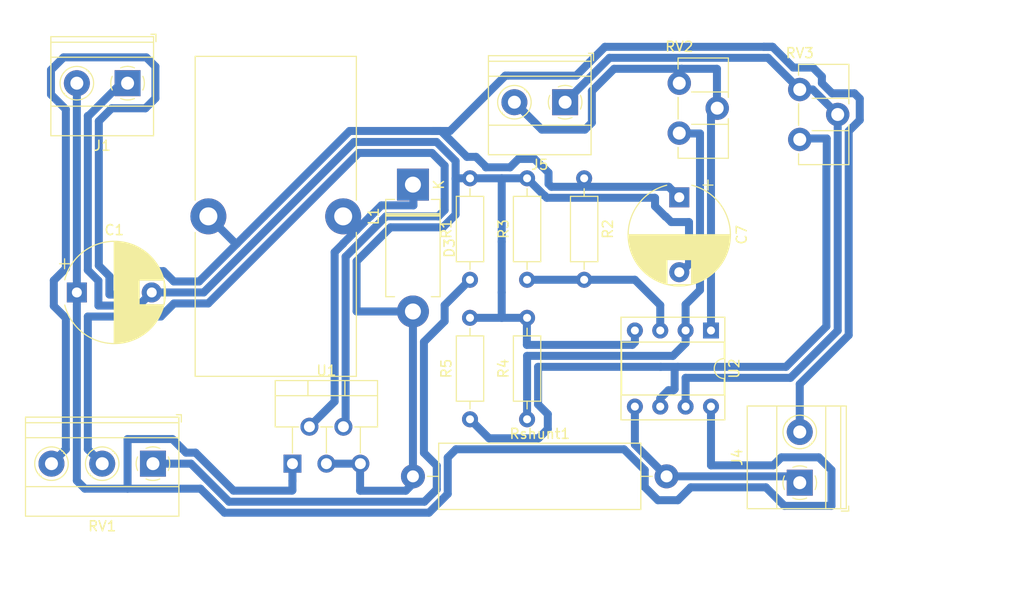
<source format=kicad_pcb>
(kicad_pcb (version 20171130) (host pcbnew "(5.1.6)-1")

  (general
    (thickness 1.6)
    (drawings 6)
    (tracks 270)
    (zones 0)
    (modules 18)
    (nets 13)
  )

  (page A4)
  (layers
    (0 F.Cu signal)
    (31 B.Cu signal)
    (32 B.Adhes user)
    (33 F.Adhes user)
    (34 B.Paste user)
    (35 F.Paste user)
    (36 B.SilkS user)
    (37 F.SilkS user)
    (38 B.Mask user)
    (39 F.Mask user)
    (40 Dwgs.User user)
    (41 Cmts.User user)
    (42 Eco1.User user)
    (43 Eco2.User user)
    (44 Edge.Cuts user)
    (45 Margin user)
    (46 B.CrtYd user)
    (47 F.CrtYd user)
    (48 B.Fab user)
    (49 F.Fab user)
  )

  (setup
    (last_trace_width 0.8)
    (trace_clearance 0.3)
    (zone_clearance 0.508)
    (zone_45_only no)
    (trace_min 0.2)
    (via_size 1)
    (via_drill 0.5)
    (via_min_size 0.4)
    (via_min_drill 0.3)
    (uvia_size 0.3)
    (uvia_drill 0.1)
    (uvias_allowed no)
    (uvia_min_size 0.2)
    (uvia_min_drill 0.1)
    (edge_width 0.05)
    (segment_width 0.2)
    (pcb_text_width 0.3)
    (pcb_text_size 1.5 1.5)
    (mod_edge_width 0.12)
    (mod_text_size 1 1)
    (mod_text_width 0.15)
    (pad_size 1.524 1.524)
    (pad_drill 0.762)
    (pad_to_mask_clearance 0.051)
    (solder_mask_min_width 0.25)
    (aux_axis_origin 91.44 86.36)
    (visible_elements 7FFFFFFF)
    (pcbplotparams
      (layerselection 0x010c0_fffffffe)
      (usegerberextensions false)
      (usegerberattributes true)
      (usegerberadvancedattributes true)
      (creategerberjobfile true)
      (excludeedgelayer true)
      (linewidth 0.100000)
      (plotframeref false)
      (viasonmask false)
      (mode 1)
      (useauxorigin true)
      (hpglpennumber 1)
      (hpglpenspeed 20)
      (hpglpendiameter 15.000000)
      (psnegative false)
      (psa4output false)
      (plotreference true)
      (plotvalue true)
      (plotinvisibletext false)
      (padsonsilk false)
      (subtractmaskfromsilk false)
      (outputformat 1)
      (mirror false)
      (drillshape 0)
      (scaleselection 1)
      (outputdirectory "gerber/"))
  )

  (net 0 "")
  (net 1 GND)
  (net 2 "Net-(C7-Pad1)")
  (net 3 "Net-(D3-Pad1)")
  (net 4 "Net-(R1-Pad1)")
  (net 5 "Net-(RV1-Pad2)")
  (net 6 "Net-(C1-Pad1)")
  (net 7 Imeas+)
  (net 8 "Net-(J5-Pad2)")
  (net 9 "Net-(J5-Pad1)")
  (net 10 Umeas+)
  (net 11 "Net-(R4-Pad1)")
  (net 12 "Net-(R5-Pad1)")

  (net_class Default "This is the default net class."
    (clearance 0.3)
    (trace_width 0.8)
    (via_dia 1)
    (via_drill 0.5)
    (uvia_dia 0.3)
    (uvia_drill 0.1)
    (add_net GND)
    (add_net Imeas+)
    (add_net "Net-(C1-Pad1)")
    (add_net "Net-(C7-Pad1)")
    (add_net "Net-(D3-Pad1)")
    (add_net "Net-(J5-Pad1)")
    (add_net "Net-(J5-Pad2)")
    (add_net "Net-(R1-Pad1)")
    (add_net "Net-(R4-Pad1)")
    (add_net "Net-(R5-Pad1)")
    (add_net "Net-(RV1-Pad2)")
    (add_net Umeas+)
  )

  (net_class wide ""
    (clearance 0.3)
    (trace_width 1.1)
    (via_dia 1.1)
    (via_drill 0.5)
    (uvia_dia 0.3)
    (uvia_drill 0.1)
  )

  (module Resistor_THT:R_Axial_DIN0207_L6.3mm_D2.5mm_P10.16mm_Horizontal (layer F.Cu) (tedit 5AE5139B) (tstamp 5F87BDDE)
    (at 149.86 50.8 270)
    (descr "Resistor, Axial_DIN0207 series, Axial, Horizontal, pin pitch=10.16mm, 0.25W = 1/4W, length*diameter=6.3*2.5mm^2, http://cdn-reichelt.de/documents/datenblatt/B400/1_4W%23YAG.pdf")
    (tags "Resistor Axial_DIN0207 series Axial Horizontal pin pitch 10.16mm 0.25W = 1/4W length 6.3mm diameter 2.5mm")
    (path /5F88E866)
    (fp_text reference R2 (at 5.08 -2.37 90) (layer F.SilkS)
      (effects (font (size 1 1) (thickness 0.15)))
    )
    (fp_text value R (at 5.08 2.37 90) (layer F.Fab)
      (effects (font (size 1 1) (thickness 0.15)))
    )
    (fp_line (start 11.21 -1.5) (end -1.05 -1.5) (layer F.CrtYd) (width 0.05))
    (fp_line (start 11.21 1.5) (end 11.21 -1.5) (layer F.CrtYd) (width 0.05))
    (fp_line (start -1.05 1.5) (end 11.21 1.5) (layer F.CrtYd) (width 0.05))
    (fp_line (start -1.05 -1.5) (end -1.05 1.5) (layer F.CrtYd) (width 0.05))
    (fp_line (start 9.12 0) (end 8.35 0) (layer F.SilkS) (width 0.12))
    (fp_line (start 1.04 0) (end 1.81 0) (layer F.SilkS) (width 0.12))
    (fp_line (start 8.35 -1.37) (end 1.81 -1.37) (layer F.SilkS) (width 0.12))
    (fp_line (start 8.35 1.37) (end 8.35 -1.37) (layer F.SilkS) (width 0.12))
    (fp_line (start 1.81 1.37) (end 8.35 1.37) (layer F.SilkS) (width 0.12))
    (fp_line (start 1.81 -1.37) (end 1.81 1.37) (layer F.SilkS) (width 0.12))
    (fp_line (start 10.16 0) (end 8.23 0) (layer F.Fab) (width 0.1))
    (fp_line (start 0 0) (end 1.93 0) (layer F.Fab) (width 0.1))
    (fp_line (start 8.23 -1.25) (end 1.93 -1.25) (layer F.Fab) (width 0.1))
    (fp_line (start 8.23 1.25) (end 8.23 -1.25) (layer F.Fab) (width 0.1))
    (fp_line (start 1.93 1.25) (end 8.23 1.25) (layer F.Fab) (width 0.1))
    (fp_line (start 1.93 -1.25) (end 1.93 1.25) (layer F.Fab) (width 0.1))
    (fp_text user %R (at 5.08 0 90) (layer F.Fab)
      (effects (font (size 1 1) (thickness 0.15)))
    )
    (pad 1 thru_hole circle (at 0 0 270) (size 1.6 1.6) (drill 0.8) (layers *.Cu *.Mask)
      (net 2 "Net-(C7-Pad1)"))
    (pad 2 thru_hole oval (at 10.16 0 270) (size 1.6 1.6) (drill 0.8) (layers *.Cu *.Mask)
      (net 10 Umeas+))
    (model ${KISYS3DMOD}/Resistor_THT.3dshapes/R_Axial_DIN0207_L6.3mm_D2.5mm_P10.16mm_Horizontal.wrl
      (at (xyz 0 0 0))
      (scale (xyz 1 1 1))
      (rotate (xyz 0 0 0))
    )
  )

  (module Resistor_THT:R_Axial_DIN0207_L6.3mm_D2.5mm_P10.16mm_Horizontal (layer F.Cu) (tedit 5AE5139B) (tstamp 5F87BE0C)
    (at 144.145 74.93 90)
    (descr "Resistor, Axial_DIN0207 series, Axial, Horizontal, pin pitch=10.16mm, 0.25W = 1/4W, length*diameter=6.3*2.5mm^2, http://cdn-reichelt.de/documents/datenblatt/B400/1_4W%23YAG.pdf")
    (tags "Resistor Axial_DIN0207 series Axial Horizontal pin pitch 10.16mm 0.25W = 1/4W length 6.3mm diameter 2.5mm")
    (path /5F8A5EE2)
    (fp_text reference R4 (at 5.08 -2.37 90) (layer F.SilkS)
      (effects (font (size 1 1) (thickness 0.15)))
    )
    (fp_text value R (at 5.08 2.37 90) (layer F.Fab)
      (effects (font (size 1 1) (thickness 0.15)))
    )
    (fp_line (start 11.21 -1.5) (end -1.05 -1.5) (layer F.CrtYd) (width 0.05))
    (fp_line (start 11.21 1.5) (end 11.21 -1.5) (layer F.CrtYd) (width 0.05))
    (fp_line (start -1.05 1.5) (end 11.21 1.5) (layer F.CrtYd) (width 0.05))
    (fp_line (start -1.05 -1.5) (end -1.05 1.5) (layer F.CrtYd) (width 0.05))
    (fp_line (start 9.12 0) (end 8.35 0) (layer F.SilkS) (width 0.12))
    (fp_line (start 1.04 0) (end 1.81 0) (layer F.SilkS) (width 0.12))
    (fp_line (start 8.35 -1.37) (end 1.81 -1.37) (layer F.SilkS) (width 0.12))
    (fp_line (start 8.35 1.37) (end 8.35 -1.37) (layer F.SilkS) (width 0.12))
    (fp_line (start 1.81 1.37) (end 8.35 1.37) (layer F.SilkS) (width 0.12))
    (fp_line (start 1.81 -1.37) (end 1.81 1.37) (layer F.SilkS) (width 0.12))
    (fp_line (start 10.16 0) (end 8.23 0) (layer F.Fab) (width 0.1))
    (fp_line (start 0 0) (end 1.93 0) (layer F.Fab) (width 0.1))
    (fp_line (start 8.23 -1.25) (end 1.93 -1.25) (layer F.Fab) (width 0.1))
    (fp_line (start 8.23 1.25) (end 8.23 -1.25) (layer F.Fab) (width 0.1))
    (fp_line (start 1.93 1.25) (end 8.23 1.25) (layer F.Fab) (width 0.1))
    (fp_line (start 1.93 -1.25) (end 1.93 1.25) (layer F.Fab) (width 0.1))
    (fp_text user %R (at 5.08 0 90) (layer F.Fab)
      (effects (font (size 1 1) (thickness 0.15)))
    )
    (pad 1 thru_hole circle (at 0 0 90) (size 1.6 1.6) (drill 0.8) (layers *.Cu *.Mask)
      (net 11 "Net-(R4-Pad1)"))
    (pad 2 thru_hole oval (at 10.16 0 90) (size 1.6 1.6) (drill 0.8) (layers *.Cu *.Mask)
      (net 1 GND))
    (model ${KISYS3DMOD}/Resistor_THT.3dshapes/R_Axial_DIN0207_L6.3mm_D2.5mm_P10.16mm_Horizontal.wrl
      (at (xyz 0 0 0))
      (scale (xyz 1 1 1))
      (rotate (xyz 0 0 0))
    )
  )

  (module Resistor_THT:R_Axial_DIN0207_L6.3mm_D2.5mm_P10.16mm_Horizontal (layer F.Cu) (tedit 5AE5139B) (tstamp 5F83BF73)
    (at 138.43 60.96 90)
    (descr "Resistor, Axial_DIN0207 series, Axial, Horizontal, pin pitch=10.16mm, 0.25W = 1/4W, length*diameter=6.3*2.5mm^2, http://cdn-reichelt.de/documents/datenblatt/B400/1_4W%23YAG.pdf")
    (tags "Resistor Axial_DIN0207 series Axial Horizontal pin pitch 10.16mm 0.25W = 1/4W length 6.3mm diameter 2.5mm")
    (path /5F801C30)
    (fp_text reference R1 (at 5.08 -2.37 90) (layer F.SilkS)
      (effects (font (size 1 1) (thickness 0.15)))
    )
    (fp_text value 1.2K (at 5.08 2.37 90) (layer F.Fab)
      (effects (font (size 1 1) (thickness 0.15)))
    )
    (fp_line (start 11.21 -1.5) (end -1.05 -1.5) (layer F.CrtYd) (width 0.05))
    (fp_line (start 11.21 1.5) (end 11.21 -1.5) (layer F.CrtYd) (width 0.05))
    (fp_line (start -1.05 1.5) (end 11.21 1.5) (layer F.CrtYd) (width 0.05))
    (fp_line (start -1.05 -1.5) (end -1.05 1.5) (layer F.CrtYd) (width 0.05))
    (fp_line (start 9.12 0) (end 8.35 0) (layer F.SilkS) (width 0.12))
    (fp_line (start 1.04 0) (end 1.81 0) (layer F.SilkS) (width 0.12))
    (fp_line (start 8.35 -1.37) (end 1.81 -1.37) (layer F.SilkS) (width 0.12))
    (fp_line (start 8.35 1.37) (end 8.35 -1.37) (layer F.SilkS) (width 0.12))
    (fp_line (start 1.81 1.37) (end 8.35 1.37) (layer F.SilkS) (width 0.12))
    (fp_line (start 1.81 -1.37) (end 1.81 1.37) (layer F.SilkS) (width 0.12))
    (fp_line (start 10.16 0) (end 8.23 0) (layer F.Fab) (width 0.1))
    (fp_line (start 0 0) (end 1.93 0) (layer F.Fab) (width 0.1))
    (fp_line (start 8.23 -1.25) (end 1.93 -1.25) (layer F.Fab) (width 0.1))
    (fp_line (start 8.23 1.25) (end 8.23 -1.25) (layer F.Fab) (width 0.1))
    (fp_line (start 1.93 1.25) (end 8.23 1.25) (layer F.Fab) (width 0.1))
    (fp_line (start 1.93 -1.25) (end 1.93 1.25) (layer F.Fab) (width 0.1))
    (fp_text user %R (at 5.08 0 90) (layer F.Fab)
      (effects (font (size 1 1) (thickness 0.15)))
    )
    (pad 1 thru_hole circle (at 0 0 90) (size 1.6 1.6) (drill 0.8) (layers *.Cu *.Mask)
      (net 4 "Net-(R1-Pad1)"))
    (pad 2 thru_hole oval (at 10.16 0 90) (size 1.6 1.6) (drill 0.8) (layers *.Cu *.Mask)
      (net 1 GND))
    (model ${KISYS3DMOD}/Resistor_THT.3dshapes/R_Axial_DIN0207_L6.3mm_D2.5mm_P10.16mm_Horizontal.wrl
      (at (xyz 0 0 0))
      (scale (xyz 1 1 1))
      (rotate (xyz 0 0 0))
    )
  )

  (module Package_DIP:DIP-8_W7.62mm_Socket (layer F.Cu) (tedit 5A02E8C5) (tstamp 5F87C2D9)
    (at 162.56 66.04 270)
    (descr "8-lead though-hole mounted DIP package, row spacing 7.62 mm (300 mils), Socket")
    (tags "THT DIP DIL PDIP 2.54mm 7.62mm 300mil Socket")
    (path /5F86225A)
    (fp_text reference U2 (at 3.81 -2.33 90) (layer F.SilkS)
      (effects (font (size 1 1) (thickness 0.15)))
    )
    (fp_text value LM358 (at 3.81 9.95 90) (layer F.Fab)
      (effects (font (size 1 1) (thickness 0.15)))
    )
    (fp_line (start 1.635 -1.27) (end 6.985 -1.27) (layer F.Fab) (width 0.1))
    (fp_line (start 6.985 -1.27) (end 6.985 8.89) (layer F.Fab) (width 0.1))
    (fp_line (start 6.985 8.89) (end 0.635 8.89) (layer F.Fab) (width 0.1))
    (fp_line (start 0.635 8.89) (end 0.635 -0.27) (layer F.Fab) (width 0.1))
    (fp_line (start 0.635 -0.27) (end 1.635 -1.27) (layer F.Fab) (width 0.1))
    (fp_line (start -1.27 -1.33) (end -1.27 8.95) (layer F.Fab) (width 0.1))
    (fp_line (start -1.27 8.95) (end 8.89 8.95) (layer F.Fab) (width 0.1))
    (fp_line (start 8.89 8.95) (end 8.89 -1.33) (layer F.Fab) (width 0.1))
    (fp_line (start 8.89 -1.33) (end -1.27 -1.33) (layer F.Fab) (width 0.1))
    (fp_line (start 2.81 -1.33) (end 1.16 -1.33) (layer F.SilkS) (width 0.12))
    (fp_line (start 1.16 -1.33) (end 1.16 8.95) (layer F.SilkS) (width 0.12))
    (fp_line (start 1.16 8.95) (end 6.46 8.95) (layer F.SilkS) (width 0.12))
    (fp_line (start 6.46 8.95) (end 6.46 -1.33) (layer F.SilkS) (width 0.12))
    (fp_line (start 6.46 -1.33) (end 4.81 -1.33) (layer F.SilkS) (width 0.12))
    (fp_line (start -1.33 -1.39) (end -1.33 9.01) (layer F.SilkS) (width 0.12))
    (fp_line (start -1.33 9.01) (end 8.95 9.01) (layer F.SilkS) (width 0.12))
    (fp_line (start 8.95 9.01) (end 8.95 -1.39) (layer F.SilkS) (width 0.12))
    (fp_line (start 8.95 -1.39) (end -1.33 -1.39) (layer F.SilkS) (width 0.12))
    (fp_line (start -1.55 -1.6) (end -1.55 9.2) (layer F.CrtYd) (width 0.05))
    (fp_line (start -1.55 9.2) (end 9.15 9.2) (layer F.CrtYd) (width 0.05))
    (fp_line (start 9.15 9.2) (end 9.15 -1.6) (layer F.CrtYd) (width 0.05))
    (fp_line (start 9.15 -1.6) (end -1.55 -1.6) (layer F.CrtYd) (width 0.05))
    (fp_arc (start 3.81 -1.33) (end 2.81 -1.33) (angle -180) (layer F.SilkS) (width 0.12))
    (fp_text user %R (at 3.81 3.81 90) (layer F.Fab)
      (effects (font (size 1 1) (thickness 0.15)))
    )
    (pad 1 thru_hole rect (at 0 0 270) (size 1.6 1.6) (drill 0.8) (layers *.Cu *.Mask)
      (net 8 "Net-(J5-Pad2)"))
    (pad 5 thru_hole oval (at 7.62 7.62 270) (size 1.6 1.6) (drill 0.8) (layers *.Cu *.Mask)
      (net 7 Imeas+))
    (pad 2 thru_hole oval (at 0 2.54 270) (size 1.6 1.6) (drill 0.8) (layers *.Cu *.Mask)
      (net 11 "Net-(R4-Pad1)"))
    (pad 6 thru_hole oval (at 7.62 5.08 270) (size 1.6 1.6) (drill 0.8) (layers *.Cu *.Mask)
      (net 12 "Net-(R5-Pad1)"))
    (pad 3 thru_hole oval (at 0 5.08 270) (size 1.6 1.6) (drill 0.8) (layers *.Cu *.Mask)
      (net 10 Umeas+))
    (pad 7 thru_hole oval (at 7.62 2.54 270) (size 1.6 1.6) (drill 0.8) (layers *.Cu *.Mask)
      (net 9 "Net-(J5-Pad1)"))
    (pad 4 thru_hole oval (at 0 7.62 270) (size 1.6 1.6) (drill 0.8) (layers *.Cu *.Mask)
      (net 1 GND))
    (pad 8 thru_hole oval (at 7.62 0 270) (size 1.6 1.6) (drill 0.8) (layers *.Cu *.Mask)
      (net 6 "Net-(C1-Pad1)"))
    (model ${KISYS3DMOD}/Package_DIP.3dshapes/DIP-8_W7.62mm_Socket.wrl
      (at (xyz 0 0 0))
      (scale (xyz 1 1 1))
      (rotate (xyz 0 0 0))
    )
  )

  (module Diode_THT:D_DO-201AD_P12.70mm_Horizontal (layer F.Cu) (tedit 5AE50CD5) (tstamp 5F83BE8B)
    (at 132.715 51.435 270)
    (descr "Diode, DO-201AD series, Axial, Horizontal, pin pitch=12.7mm, , length*diameter=9.5*5.2mm^2, , http://www.diodes.com/_files/packages/DO-201AD.pdf")
    (tags "Diode DO-201AD series Axial Horizontal pin pitch 12.7mm  length 9.5mm diameter 5.2mm")
    (path /5DC4EBCA)
    (fp_text reference D3 (at 6.35 -3.66 90) (layer F.SilkS)
      (effects (font (size 1 1) (thickness 0.15)))
    )
    (fp_text value 1N5822 (at 6.35 3.66 90) (layer F.Fab)
      (effects (font (size 1 1) (thickness 0.15)))
    )
    (fp_line (start 14.55 -2.85) (end -1.85 -2.85) (layer F.CrtYd) (width 0.05))
    (fp_line (start 14.55 2.85) (end 14.55 -2.85) (layer F.CrtYd) (width 0.05))
    (fp_line (start -1.85 2.85) (end 14.55 2.85) (layer F.CrtYd) (width 0.05))
    (fp_line (start -1.85 -2.85) (end -1.85 2.85) (layer F.CrtYd) (width 0.05))
    (fp_line (start 2.905 -2.72) (end 2.905 2.72) (layer F.SilkS) (width 0.12))
    (fp_line (start 3.145 -2.72) (end 3.145 2.72) (layer F.SilkS) (width 0.12))
    (fp_line (start 3.025 -2.72) (end 3.025 2.72) (layer F.SilkS) (width 0.12))
    (fp_line (start 11.22 2.72) (end 11.22 1.84) (layer F.SilkS) (width 0.12))
    (fp_line (start 1.48 2.72) (end 11.22 2.72) (layer F.SilkS) (width 0.12))
    (fp_line (start 1.48 1.84) (end 1.48 2.72) (layer F.SilkS) (width 0.12))
    (fp_line (start 11.22 -2.72) (end 11.22 -1.84) (layer F.SilkS) (width 0.12))
    (fp_line (start 1.48 -2.72) (end 11.22 -2.72) (layer F.SilkS) (width 0.12))
    (fp_line (start 1.48 -1.84) (end 1.48 -2.72) (layer F.SilkS) (width 0.12))
    (fp_line (start 2.925 -2.6) (end 2.925 2.6) (layer F.Fab) (width 0.1))
    (fp_line (start 3.125 -2.6) (end 3.125 2.6) (layer F.Fab) (width 0.1))
    (fp_line (start 3.025 -2.6) (end 3.025 2.6) (layer F.Fab) (width 0.1))
    (fp_line (start 12.7 0) (end 11.1 0) (layer F.Fab) (width 0.1))
    (fp_line (start 0 0) (end 1.6 0) (layer F.Fab) (width 0.1))
    (fp_line (start 11.1 -2.6) (end 1.6 -2.6) (layer F.Fab) (width 0.1))
    (fp_line (start 11.1 2.6) (end 11.1 -2.6) (layer F.Fab) (width 0.1))
    (fp_line (start 1.6 2.6) (end 11.1 2.6) (layer F.Fab) (width 0.1))
    (fp_line (start 1.6 -2.6) (end 1.6 2.6) (layer F.Fab) (width 0.1))
    (fp_text user %R (at 7.0625 0 90) (layer F.Fab)
      (effects (font (size 1 1) (thickness 0.15)))
    )
    (fp_text user K (at 0 -2.6 90) (layer F.Fab)
      (effects (font (size 1 1) (thickness 0.15)))
    )
    (fp_text user K (at 0 -2.6 90) (layer F.SilkS)
      (effects (font (size 1 1) (thickness 0.15)))
    )
    (pad 1 thru_hole rect (at 0 0 270) (size 3.2 3.2) (drill 1.6) (layers *.Cu *.Mask)
      (net 3 "Net-(D3-Pad1)"))
    (pad 2 thru_hole oval (at 12.7 0 270) (size 3.2 3.2) (drill 1.6) (layers *.Cu *.Mask)
      (net 1 GND))
    (model ${KISYS3DMOD}/Diode_THT.3dshapes/D_DO-201AD_P12.70mm_Horizontal.wrl
      (at (xyz 0 0 0))
      (scale (xyz 1 1 1))
      (rotate (xyz 0 0 0))
    )
  )

  (module TerminalBlock_Phoenix:TerminalBlock_Phoenix_MKDS-1,5-2-5.08_1x02_P5.08mm_Horizontal (layer F.Cu) (tedit 5F8347CF) (tstamp 5F83BEA9)
    (at 104.14 41.275 180)
    (descr "Terminal Block Phoenix MKDS-1,5-2-5.08, 2 pins, pitch 5.08mm, size 10.2x9.8mm^2, drill diamater 1.3mm, pad diameter 2.6mm, see http://www.farnell.com/datasheets/100425.pdf, script-generated using https://github.com/pointhi/kicad-footprint-generator/scripts/TerminalBlock_Phoenix")
    (tags "THT Terminal Block Phoenix MKDS-1,5-2-5.08 pitch 5.08mm size 10.2x9.8mm^2 drill 1.3mm pad 2.6mm")
    (path /5F7FBF17)
    (fp_text reference J1 (at 2.54 -6.26) (layer F.SilkS)
      (effects (font (size 1 1) (thickness 0.15)))
    )
    (fp_text value "V in" (at 2.54 5.66) (layer F.Fab)
      (effects (font (size 1 1) (thickness 0.15)))
    )
    (fp_line (start 8.13 -5.71) (end -3.04 -5.71) (layer F.CrtYd) (width 0.05))
    (fp_line (start 8.13 5.1) (end 8.13 -5.71) (layer F.CrtYd) (width 0.05))
    (fp_line (start -3.04 5.1) (end 8.13 5.1) (layer F.CrtYd) (width 0.05))
    (fp_line (start -3.04 -5.71) (end -3.04 5.1) (layer F.CrtYd) (width 0.05))
    (fp_line (start -2.84 4.9) (end -2.34 4.9) (layer F.SilkS) (width 0.12))
    (fp_line (start -2.84 4.16) (end -2.84 4.9) (layer F.SilkS) (width 0.12))
    (fp_line (start 3.853 1.023) (end 3.806 1.069) (layer F.SilkS) (width 0.12))
    (fp_line (start 6.15 -1.275) (end 6.115 -1.239) (layer F.SilkS) (width 0.12))
    (fp_line (start 4.046 1.239) (end 4.011 1.274) (layer F.SilkS) (width 0.12))
    (fp_line (start 6.355 -1.069) (end 6.308 -1.023) (layer F.SilkS) (width 0.12))
    (fp_line (start 6.035 -1.138) (end 3.943 0.955) (layer F.Fab) (width 0.1))
    (fp_line (start 6.218 -0.955) (end 4.126 1.138) (layer F.Fab) (width 0.1))
    (fp_line (start 0.955 -1.138) (end -1.138 0.955) (layer F.Fab) (width 0.1))
    (fp_line (start 1.138 -0.955) (end -0.955 1.138) (layer F.Fab) (width 0.1))
    (fp_line (start 7.68 -5.261) (end 7.68 4.66) (layer F.SilkS) (width 0.12))
    (fp_line (start -2.6 -5.261) (end -2.6 4.66) (layer F.SilkS) (width 0.12))
    (fp_line (start -2.6 4.66) (end 7.68 4.66) (layer F.SilkS) (width 0.12))
    (fp_line (start -2.6 -5.261) (end 7.68 -5.261) (layer F.SilkS) (width 0.12))
    (fp_line (start -2.6 -2.301) (end 7.68 -2.301) (layer F.SilkS) (width 0.12))
    (fp_line (start -2.54 -2.3) (end 7.62 -2.3) (layer F.Fab) (width 0.1))
    (fp_line (start -2.6 2.6) (end 7.68 2.6) (layer F.SilkS) (width 0.12))
    (fp_line (start -2.54 2.6) (end 7.62 2.6) (layer F.Fab) (width 0.1))
    (fp_line (start -2.6 4.1) (end 7.68 4.1) (layer F.SilkS) (width 0.12))
    (fp_line (start -2.54 4.1) (end 7.62 4.1) (layer F.Fab) (width 0.1))
    (fp_line (start -2.54 4.1) (end -2.54 -5.2) (layer F.Fab) (width 0.1))
    (fp_line (start -2.04 4.6) (end -2.54 4.1) (layer F.Fab) (width 0.1))
    (fp_line (start 7.62 4.6) (end -2.04 4.6) (layer F.Fab) (width 0.1))
    (fp_line (start 7.62 -5.2) (end 7.62 4.6) (layer F.Fab) (width 0.1))
    (fp_line (start -2.54 -5.2) (end 7.62 -5.2) (layer F.Fab) (width 0.1))
    (fp_circle (center 5.08 0) (end 6.76 0) (layer F.SilkS) (width 0.12))
    (fp_circle (center 5.08 0) (end 6.58 0) (layer F.Fab) (width 0.1))
    (fp_circle (center 0 0) (end 1.5 0) (layer F.Fab) (width 0.1))
    (fp_text user %R (at 2.54 3.2) (layer F.Fab)
      (effects (font (size 1 1) (thickness 0.15)))
    )
    (fp_arc (start 0 0) (end -0.684 1.535) (angle -25) (layer F.SilkS) (width 0.12))
    (fp_arc (start 0 0) (end -1.535 -0.684) (angle -48) (layer F.SilkS) (width 0.12))
    (fp_arc (start 0 0) (end 0.684 -1.535) (angle -48) (layer F.SilkS) (width 0.12))
    (fp_arc (start 0 0) (end 1.535 0.684) (angle -48) (layer F.SilkS) (width 0.12))
    (fp_arc (start 0 0) (end 0 1.68) (angle -24) (layer F.SilkS) (width 0.12))
    (pad 2 thru_hole circle (at 5.08 0 180) (size 2.6 2.6) (drill 1.3) (layers *.Cu *.Mask)
      (net 6 "Net-(C1-Pad1)"))
    (pad 1 thru_hole rect (at 0 0 180) (size 2.6 2.6) (drill 1.3) (layers *.Cu *.Mask)
      (net 1 GND))
    (model ${KISYS3DMOD}/TerminalBlock_Phoenix.3dshapes/TerminalBlock_Phoenix_MKDS-1,5-2-5.08_1x02_P5.08mm_Horizontal.wrl
      (at (xyz 0 0 0))
      (scale (xyz 1 1 1))
      (rotate (xyz 0 0 0))
    )
  )

  (module TerminalBlock_Phoenix:TerminalBlock_Phoenix_MKDS-1,5-2-5.08_1x02_P5.08mm_Horizontal (layer F.Cu) (tedit 5F8347CF) (tstamp 5F83BEFF)
    (at 171.45 81.28 90)
    (descr "Terminal Block Phoenix MKDS-1,5-2-5.08, 2 pins, pitch 5.08mm, size 10.2x9.8mm^2, drill diamater 1.3mm, pad diameter 2.6mm, see http://www.farnell.com/datasheets/100425.pdf, script-generated using https://github.com/pointhi/kicad-footprint-generator/scripts/TerminalBlock_Phoenix")
    (tags "THT Terminal Block Phoenix MKDS-1,5-2-5.08 pitch 5.08mm size 10.2x9.8mm^2 drill 1.3mm pad 2.6mm")
    (path /5DC79EB8)
    (fp_text reference J4 (at 2.54 -6.26 90) (layer F.SilkS)
      (effects (font (size 1 1) (thickness 0.15)))
    )
    (fp_text value "V out" (at 2.54 5.66 90) (layer F.Fab)
      (effects (font (size 1 1) (thickness 0.15)))
    )
    (fp_circle (center 0 0) (end 1.5 0) (layer F.Fab) (width 0.1))
    (fp_circle (center 5.08 0) (end 6.58 0) (layer F.Fab) (width 0.1))
    (fp_circle (center 5.08 0) (end 6.76 0) (layer F.SilkS) (width 0.12))
    (fp_line (start -2.54 -5.2) (end 7.62 -5.2) (layer F.Fab) (width 0.1))
    (fp_line (start 7.62 -5.2) (end 7.62 4.6) (layer F.Fab) (width 0.1))
    (fp_line (start 7.62 4.6) (end -2.04 4.6) (layer F.Fab) (width 0.1))
    (fp_line (start -2.04 4.6) (end -2.54 4.1) (layer F.Fab) (width 0.1))
    (fp_line (start -2.54 4.1) (end -2.54 -5.2) (layer F.Fab) (width 0.1))
    (fp_line (start -2.54 4.1) (end 7.62 4.1) (layer F.Fab) (width 0.1))
    (fp_line (start -2.6 4.1) (end 7.68 4.1) (layer F.SilkS) (width 0.12))
    (fp_line (start -2.54 2.6) (end 7.62 2.6) (layer F.Fab) (width 0.1))
    (fp_line (start -2.6 2.6) (end 7.68 2.6) (layer F.SilkS) (width 0.12))
    (fp_line (start -2.54 -2.3) (end 7.62 -2.3) (layer F.Fab) (width 0.1))
    (fp_line (start -2.6 -2.301) (end 7.68 -2.301) (layer F.SilkS) (width 0.12))
    (fp_line (start -2.6 -5.261) (end 7.68 -5.261) (layer F.SilkS) (width 0.12))
    (fp_line (start -2.6 4.66) (end 7.68 4.66) (layer F.SilkS) (width 0.12))
    (fp_line (start -2.6 -5.261) (end -2.6 4.66) (layer F.SilkS) (width 0.12))
    (fp_line (start 7.68 -5.261) (end 7.68 4.66) (layer F.SilkS) (width 0.12))
    (fp_line (start 1.138 -0.955) (end -0.955 1.138) (layer F.Fab) (width 0.1))
    (fp_line (start 0.955 -1.138) (end -1.138 0.955) (layer F.Fab) (width 0.1))
    (fp_line (start 6.218 -0.955) (end 4.126 1.138) (layer F.Fab) (width 0.1))
    (fp_line (start 6.035 -1.138) (end 3.943 0.955) (layer F.Fab) (width 0.1))
    (fp_line (start 6.355 -1.069) (end 6.308 -1.023) (layer F.SilkS) (width 0.12))
    (fp_line (start 4.046 1.239) (end 4.011 1.274) (layer F.SilkS) (width 0.12))
    (fp_line (start 6.15 -1.275) (end 6.115 -1.239) (layer F.SilkS) (width 0.12))
    (fp_line (start 3.853 1.023) (end 3.806 1.069) (layer F.SilkS) (width 0.12))
    (fp_line (start -2.84 4.16) (end -2.84 4.9) (layer F.SilkS) (width 0.12))
    (fp_line (start -2.84 4.9) (end -2.34 4.9) (layer F.SilkS) (width 0.12))
    (fp_line (start -3.04 -5.71) (end -3.04 5.1) (layer F.CrtYd) (width 0.05))
    (fp_line (start -3.04 5.1) (end 8.13 5.1) (layer F.CrtYd) (width 0.05))
    (fp_line (start 8.13 5.1) (end 8.13 -5.71) (layer F.CrtYd) (width 0.05))
    (fp_line (start 8.13 -5.71) (end -3.04 -5.71) (layer F.CrtYd) (width 0.05))
    (fp_arc (start 0 0) (end 0 1.68) (angle -24) (layer F.SilkS) (width 0.12))
    (fp_arc (start 0 0) (end 1.535 0.684) (angle -48) (layer F.SilkS) (width 0.12))
    (fp_arc (start 0 0) (end 0.684 -1.535) (angle -48) (layer F.SilkS) (width 0.12))
    (fp_arc (start 0 0) (end -1.535 -0.684) (angle -48) (layer F.SilkS) (width 0.12))
    (fp_arc (start 0 0) (end -0.684 1.535) (angle -25) (layer F.SilkS) (width 0.12))
    (fp_text user %R (at 2.54 3.2 90) (layer F.Fab)
      (effects (font (size 1 1) (thickness 0.15)))
    )
    (pad 1 thru_hole rect (at 0 0 90) (size 2.6 2.6) (drill 1.3) (layers *.Cu *.Mask)
      (net 7 Imeas+))
    (pad 2 thru_hole circle (at 5.08 0 90) (size 2.6 2.6) (drill 1.3) (layers *.Cu *.Mask)
      (net 2 "Net-(C7-Pad1)"))
    (model ${KISYS3DMOD}/TerminalBlock_Phoenix.3dshapes/TerminalBlock_Phoenix_MKDS-1,5-2-5.08_1x02_P5.08mm_Horizontal.wrl
      (at (xyz 0 0 0))
      (scale (xyz 1 1 1))
      (rotate (xyz 0 0 0))
    )
  )

  (module TerminalBlock_Phoenix:TerminalBlock_Phoenix_MKDS-1,5-2-5.08_1x02_P5.08mm_Horizontal (layer F.Cu) (tedit 5F8347CF) (tstamp 5F83BF2A)
    (at 147.955 43.18 180)
    (descr "Terminal Block Phoenix MKDS-1,5-2-5.08, 2 pins, pitch 5.08mm, size 10.2x9.8mm^2, drill diamater 1.3mm, pad diameter 2.6mm, see http://www.farnell.com/datasheets/100425.pdf, script-generated using https://github.com/pointhi/kicad-footprint-generator/scripts/TerminalBlock_Phoenix")
    (tags "THT Terminal Block Phoenix MKDS-1,5-2-5.08 pitch 5.08mm size 10.2x9.8mm^2 drill 1.3mm pad 2.6mm")
    (path /5DC62A44)
    (fp_text reference J5 (at 2.54 -6.26) (layer F.SilkS)
      (effects (font (size 1 1) (thickness 0.15)))
    )
    (fp_text value "I sense out" (at 2.54 5.66) (layer F.Fab)
      (effects (font (size 1 1) (thickness 0.15)))
    )
    (fp_line (start 8.13 -5.71) (end -3.04 -5.71) (layer F.CrtYd) (width 0.05))
    (fp_line (start 8.13 5.1) (end 8.13 -5.71) (layer F.CrtYd) (width 0.05))
    (fp_line (start -3.04 5.1) (end 8.13 5.1) (layer F.CrtYd) (width 0.05))
    (fp_line (start -3.04 -5.71) (end -3.04 5.1) (layer F.CrtYd) (width 0.05))
    (fp_line (start -2.84 4.9) (end -2.34 4.9) (layer F.SilkS) (width 0.12))
    (fp_line (start -2.84 4.16) (end -2.84 4.9) (layer F.SilkS) (width 0.12))
    (fp_line (start 3.853 1.023) (end 3.806 1.069) (layer F.SilkS) (width 0.12))
    (fp_line (start 6.15 -1.275) (end 6.115 -1.239) (layer F.SilkS) (width 0.12))
    (fp_line (start 4.046 1.239) (end 4.011 1.274) (layer F.SilkS) (width 0.12))
    (fp_line (start 6.355 -1.069) (end 6.308 -1.023) (layer F.SilkS) (width 0.12))
    (fp_line (start 6.035 -1.138) (end 3.943 0.955) (layer F.Fab) (width 0.1))
    (fp_line (start 6.218 -0.955) (end 4.126 1.138) (layer F.Fab) (width 0.1))
    (fp_line (start 0.955 -1.138) (end -1.138 0.955) (layer F.Fab) (width 0.1))
    (fp_line (start 1.138 -0.955) (end -0.955 1.138) (layer F.Fab) (width 0.1))
    (fp_line (start 7.68 -5.261) (end 7.68 4.66) (layer F.SilkS) (width 0.12))
    (fp_line (start -2.6 -5.261) (end -2.6 4.66) (layer F.SilkS) (width 0.12))
    (fp_line (start -2.6 4.66) (end 7.68 4.66) (layer F.SilkS) (width 0.12))
    (fp_line (start -2.6 -5.261) (end 7.68 -5.261) (layer F.SilkS) (width 0.12))
    (fp_line (start -2.6 -2.301) (end 7.68 -2.301) (layer F.SilkS) (width 0.12))
    (fp_line (start -2.54 -2.3) (end 7.62 -2.3) (layer F.Fab) (width 0.1))
    (fp_line (start -2.6 2.6) (end 7.68 2.6) (layer F.SilkS) (width 0.12))
    (fp_line (start -2.54 2.6) (end 7.62 2.6) (layer F.Fab) (width 0.1))
    (fp_line (start -2.6 4.1) (end 7.68 4.1) (layer F.SilkS) (width 0.12))
    (fp_line (start -2.54 4.1) (end 7.62 4.1) (layer F.Fab) (width 0.1))
    (fp_line (start -2.54 4.1) (end -2.54 -5.2) (layer F.Fab) (width 0.1))
    (fp_line (start -2.04 4.6) (end -2.54 4.1) (layer F.Fab) (width 0.1))
    (fp_line (start 7.62 4.6) (end -2.04 4.6) (layer F.Fab) (width 0.1))
    (fp_line (start 7.62 -5.2) (end 7.62 4.6) (layer F.Fab) (width 0.1))
    (fp_line (start -2.54 -5.2) (end 7.62 -5.2) (layer F.Fab) (width 0.1))
    (fp_circle (center 5.08 0) (end 6.76 0) (layer F.SilkS) (width 0.12))
    (fp_circle (center 5.08 0) (end 6.58 0) (layer F.Fab) (width 0.1))
    (fp_circle (center 0 0) (end 1.5 0) (layer F.Fab) (width 0.1))
    (fp_text user %R (at 2.54 3.2) (layer F.Fab)
      (effects (font (size 1 1) (thickness 0.15)))
    )
    (fp_arc (start 0 0) (end -0.684 1.535) (angle -25) (layer F.SilkS) (width 0.12))
    (fp_arc (start 0 0) (end -1.535 -0.684) (angle -48) (layer F.SilkS) (width 0.12))
    (fp_arc (start 0 0) (end 0.684 -1.535) (angle -48) (layer F.SilkS) (width 0.12))
    (fp_arc (start 0 0) (end 1.535 0.684) (angle -48) (layer F.SilkS) (width 0.12))
    (fp_arc (start 0 0) (end 0 1.68) (angle -24) (layer F.SilkS) (width 0.12))
    (pad 2 thru_hole circle (at 5.08 0 180) (size 2.6 2.6) (drill 1.3) (layers *.Cu *.Mask)
      (net 8 "Net-(J5-Pad2)"))
    (pad 1 thru_hole rect (at 0 0 180) (size 2.6 2.6) (drill 1.3) (layers *.Cu *.Mask)
      (net 9 "Net-(J5-Pad1)"))
    (model ${KISYS3DMOD}/TerminalBlock_Phoenix.3dshapes/TerminalBlock_Phoenix_MKDS-1,5-2-5.08_1x02_P5.08mm_Horizontal.wrl
      (at (xyz 0 0 0))
      (scale (xyz 1 1 1))
      (rotate (xyz 0 0 0))
    )
  )

  (module Resistor_THT:R_Axial_Power_L20.0mm_W6.4mm_P25.40mm (layer F.Cu) (tedit 5AE5139B) (tstamp 5F83E3E8)
    (at 132.715 80.645)
    (descr "Resistor, Axial_Power series, Box, pin pitch=25.4mm, 4W, length*width*height=20*6.4*6.4mm^3, http://cdn-reichelt.de/documents/datenblatt/B400/5WAXIAL_9WAXIAL_11WAXIAL_17WAXIAL%23YAG.pdf")
    (tags "Resistor Axial_Power series Box pin pitch 25.4mm 4W length 20mm width 6.4mm height 6.4mm")
    (path /5DCF10EE)
    (fp_text reference Rshunt1 (at 12.7 -4.26) (layer F.SilkS)
      (effects (font (size 1 1) (thickness 0.15)))
    )
    (fp_text value "0.1 10w" (at 12.7 4.26) (layer F.Fab)
      (effects (font (size 1 1) (thickness 0.15)))
    )
    (fp_line (start 26.85 -3.45) (end -1.45 -3.45) (layer F.CrtYd) (width 0.05))
    (fp_line (start 26.85 3.45) (end 26.85 -3.45) (layer F.CrtYd) (width 0.05))
    (fp_line (start -1.45 3.45) (end 26.85 3.45) (layer F.CrtYd) (width 0.05))
    (fp_line (start -1.45 -3.45) (end -1.45 3.45) (layer F.CrtYd) (width 0.05))
    (fp_line (start 23.96 0) (end 22.82 0) (layer F.SilkS) (width 0.12))
    (fp_line (start 1.44 0) (end 2.58 0) (layer F.SilkS) (width 0.12))
    (fp_line (start 22.82 -3.32) (end 2.58 -3.32) (layer F.SilkS) (width 0.12))
    (fp_line (start 22.82 3.32) (end 22.82 -3.32) (layer F.SilkS) (width 0.12))
    (fp_line (start 2.58 3.32) (end 22.82 3.32) (layer F.SilkS) (width 0.12))
    (fp_line (start 2.58 -3.32) (end 2.58 3.32) (layer F.SilkS) (width 0.12))
    (fp_line (start 25.4 0) (end 22.7 0) (layer F.Fab) (width 0.1))
    (fp_line (start 0 0) (end 2.7 0) (layer F.Fab) (width 0.1))
    (fp_line (start 22.7 -3.2) (end 2.7 -3.2) (layer F.Fab) (width 0.1))
    (fp_line (start 22.7 3.2) (end 22.7 -3.2) (layer F.Fab) (width 0.1))
    (fp_line (start 2.7 3.2) (end 22.7 3.2) (layer F.Fab) (width 0.1))
    (fp_line (start 2.7 -3.2) (end 2.7 3.2) (layer F.Fab) (width 0.1))
    (fp_text user %R (at 12.7 0) (layer F.Fab)
      (effects (font (size 1 1) (thickness 0.15)))
    )
    (pad 1 thru_hole circle (at 0 0) (size 2.4 2.4) (drill 1.2) (layers *.Cu *.Mask)
      (net 1 GND))
    (pad 2 thru_hole oval (at 25.4 0) (size 2.4 2.4) (drill 1.2) (layers *.Cu *.Mask)
      (net 7 Imeas+))
    (model ${KISYS3DMOD}/Resistor_THT.3dshapes/R_Axial_Power_L20.0mm_W6.4mm_P25.40mm.wrl
      (at (xyz 0 0 0))
      (scale (xyz 1 1 1))
      (rotate (xyz 0 0 0))
    )
  )

  (module Resistor_THT:R_Axial_DIN0207_L6.3mm_D2.5mm_P10.16mm_Horizontal (layer F.Cu) (tedit 5AE5139B) (tstamp 5F87BDF5)
    (at 144.145 60.96 90)
    (descr "Resistor, Axial_DIN0207 series, Axial, Horizontal, pin pitch=10.16mm, 0.25W = 1/4W, length*diameter=6.3*2.5mm^2, http://cdn-reichelt.de/documents/datenblatt/B400/1_4W%23YAG.pdf")
    (tags "Resistor Axial_DIN0207 series Axial Horizontal pin pitch 10.16mm 0.25W = 1/4W length 6.3mm diameter 2.5mm")
    (path /5F88E373)
    (fp_text reference R3 (at 5.08 -2.37 90) (layer F.SilkS)
      (effects (font (size 1 1) (thickness 0.15)))
    )
    (fp_text value R (at 5.08 2.37 90) (layer F.Fab)
      (effects (font (size 1 1) (thickness 0.15)))
    )
    (fp_line (start 1.93 -1.25) (end 1.93 1.25) (layer F.Fab) (width 0.1))
    (fp_line (start 1.93 1.25) (end 8.23 1.25) (layer F.Fab) (width 0.1))
    (fp_line (start 8.23 1.25) (end 8.23 -1.25) (layer F.Fab) (width 0.1))
    (fp_line (start 8.23 -1.25) (end 1.93 -1.25) (layer F.Fab) (width 0.1))
    (fp_line (start 0 0) (end 1.93 0) (layer F.Fab) (width 0.1))
    (fp_line (start 10.16 0) (end 8.23 0) (layer F.Fab) (width 0.1))
    (fp_line (start 1.81 -1.37) (end 1.81 1.37) (layer F.SilkS) (width 0.12))
    (fp_line (start 1.81 1.37) (end 8.35 1.37) (layer F.SilkS) (width 0.12))
    (fp_line (start 8.35 1.37) (end 8.35 -1.37) (layer F.SilkS) (width 0.12))
    (fp_line (start 8.35 -1.37) (end 1.81 -1.37) (layer F.SilkS) (width 0.12))
    (fp_line (start 1.04 0) (end 1.81 0) (layer F.SilkS) (width 0.12))
    (fp_line (start 9.12 0) (end 8.35 0) (layer F.SilkS) (width 0.12))
    (fp_line (start -1.05 -1.5) (end -1.05 1.5) (layer F.CrtYd) (width 0.05))
    (fp_line (start -1.05 1.5) (end 11.21 1.5) (layer F.CrtYd) (width 0.05))
    (fp_line (start 11.21 1.5) (end 11.21 -1.5) (layer F.CrtYd) (width 0.05))
    (fp_line (start 11.21 -1.5) (end -1.05 -1.5) (layer F.CrtYd) (width 0.05))
    (fp_text user %R (at 5.08 0 90) (layer F.Fab)
      (effects (font (size 1 1) (thickness 0.15)))
    )
    (pad 2 thru_hole oval (at 10.16 0 90) (size 1.6 1.6) (drill 0.8) (layers *.Cu *.Mask)
      (net 1 GND))
    (pad 1 thru_hole circle (at 0 0 90) (size 1.6 1.6) (drill 0.8) (layers *.Cu *.Mask)
      (net 10 Umeas+))
    (model ${KISYS3DMOD}/Resistor_THT.3dshapes/R_Axial_DIN0207_L6.3mm_D2.5mm_P10.16mm_Horizontal.wrl
      (at (xyz 0 0 0))
      (scale (xyz 1 1 1))
      (rotate (xyz 0 0 0))
    )
  )

  (module Resistor_THT:R_Axial_DIN0207_L6.3mm_D2.5mm_P10.16mm_Horizontal (layer F.Cu) (tedit 5AE5139B) (tstamp 5F87BE23)
    (at 138.43 74.93 90)
    (descr "Resistor, Axial_DIN0207 series, Axial, Horizontal, pin pitch=10.16mm, 0.25W = 1/4W, length*diameter=6.3*2.5mm^2, http://cdn-reichelt.de/documents/datenblatt/B400/1_4W%23YAG.pdf")
    (tags "Resistor Axial_DIN0207 series Axial Horizontal pin pitch 10.16mm 0.25W = 1/4W length 6.3mm diameter 2.5mm")
    (path /5F8A55CC)
    (fp_text reference R5 (at 5.08 -2.37 90) (layer F.SilkS)
      (effects (font (size 1 1) (thickness 0.15)))
    )
    (fp_text value R (at 5.08 2.37 90) (layer F.Fab)
      (effects (font (size 1 1) (thickness 0.15)))
    )
    (fp_line (start 1.93 -1.25) (end 1.93 1.25) (layer F.Fab) (width 0.1))
    (fp_line (start 1.93 1.25) (end 8.23 1.25) (layer F.Fab) (width 0.1))
    (fp_line (start 8.23 1.25) (end 8.23 -1.25) (layer F.Fab) (width 0.1))
    (fp_line (start 8.23 -1.25) (end 1.93 -1.25) (layer F.Fab) (width 0.1))
    (fp_line (start 0 0) (end 1.93 0) (layer F.Fab) (width 0.1))
    (fp_line (start 10.16 0) (end 8.23 0) (layer F.Fab) (width 0.1))
    (fp_line (start 1.81 -1.37) (end 1.81 1.37) (layer F.SilkS) (width 0.12))
    (fp_line (start 1.81 1.37) (end 8.35 1.37) (layer F.SilkS) (width 0.12))
    (fp_line (start 8.35 1.37) (end 8.35 -1.37) (layer F.SilkS) (width 0.12))
    (fp_line (start 8.35 -1.37) (end 1.81 -1.37) (layer F.SilkS) (width 0.12))
    (fp_line (start 1.04 0) (end 1.81 0) (layer F.SilkS) (width 0.12))
    (fp_line (start 9.12 0) (end 8.35 0) (layer F.SilkS) (width 0.12))
    (fp_line (start -1.05 -1.5) (end -1.05 1.5) (layer F.CrtYd) (width 0.05))
    (fp_line (start -1.05 1.5) (end 11.21 1.5) (layer F.CrtYd) (width 0.05))
    (fp_line (start 11.21 1.5) (end 11.21 -1.5) (layer F.CrtYd) (width 0.05))
    (fp_line (start 11.21 -1.5) (end -1.05 -1.5) (layer F.CrtYd) (width 0.05))
    (fp_text user %R (at 5.08 0 90) (layer F.Fab)
      (effects (font (size 1 1) (thickness 0.15)))
    )
    (pad 2 thru_hole oval (at 10.16 0 90) (size 1.6 1.6) (drill 0.8) (layers *.Cu *.Mask)
      (net 1 GND))
    (pad 1 thru_hole circle (at 0 0 90) (size 1.6 1.6) (drill 0.8) (layers *.Cu *.Mask)
      (net 12 "Net-(R5-Pad1)"))
    (model ${KISYS3DMOD}/Resistor_THT.3dshapes/R_Axial_DIN0207_L6.3mm_D2.5mm_P10.16mm_Horizontal.wrl
      (at (xyz 0 0 0))
      (scale (xyz 1 1 1))
      (rotate (xyz 0 0 0))
    )
  )

  (module Potentiometer_THT:Potentiometer_ACP_CA9-H3,8_Horizontal (layer F.Cu) (tedit 5A3D4994) (tstamp 5F87BE43)
    (at 159.385 41.275)
    (descr "Potentiometer, horizontal, ACP CA9-H3,8, http://www.acptechnologies.com/wp-content/uploads/2017/05/02-ACP-CA9-CE9.pdf")
    (tags "Potentiometer horizontal ACP CA9-H3,8")
    (path /5F89E7EC)
    (fp_text reference RV2 (at 0 -3.65) (layer F.SilkS)
      (effects (font (size 1 1) (thickness 0.15)))
    )
    (fp_text value R_Potentiometer_Small (at 0 8.65) (layer F.Fab)
      (effects (font (size 1 1) (thickness 0.15)))
    )
    (fp_line (start 4.8 -2.4) (end 4.8 7.4) (layer F.Fab) (width 0.1))
    (fp_line (start 4.8 7.4) (end 0 7.4) (layer F.Fab) (width 0.1))
    (fp_line (start 0 7.4) (end 0 -2.4) (layer F.Fab) (width 0.1))
    (fp_line (start 0 -2.4) (end 4.8 -2.4) (layer F.Fab) (width 0.1))
    (fp_line (start 0 1) (end 0 4) (layer F.Fab) (width 0.1))
    (fp_line (start 0 4) (end 4.8 4) (layer F.Fab) (width 0.1))
    (fp_line (start 4.8 4) (end 4.8 1) (layer F.Fab) (width 0.1))
    (fp_line (start 4.8 1) (end 0 1) (layer F.Fab) (width 0.1))
    (fp_line (start -0.121 -2.521) (end 4.92 -2.521) (layer F.SilkS) (width 0.12))
    (fp_line (start -0.121 7.52) (end 4.92 7.52) (layer F.SilkS) (width 0.12))
    (fp_line (start 4.92 -2.521) (end 4.92 1.428) (layer F.SilkS) (width 0.12))
    (fp_line (start 4.92 3.573) (end 4.92 7.52) (layer F.SilkS) (width 0.12))
    (fp_line (start -0.121 6.425) (end -0.121 7.52) (layer F.SilkS) (width 0.12))
    (fp_line (start -0.121 -2.521) (end -0.121 -1.426) (layer F.SilkS) (width 0.12))
    (fp_line (start -0.121 1.426) (end -0.121 3.575) (layer F.SilkS) (width 0.12))
    (fp_line (start 1.237 0.88) (end 4.92 0.88) (layer F.SilkS) (width 0.12))
    (fp_line (start 1.237 4.12) (end 4.92 4.12) (layer F.SilkS) (width 0.12))
    (fp_line (start -0.121 1.426) (end -0.121 3.575) (layer F.SilkS) (width 0.12))
    (fp_line (start 4.92 0.88) (end 4.92 1.428) (layer F.SilkS) (width 0.12))
    (fp_line (start 4.92 3.573) (end 4.92 4.12) (layer F.SilkS) (width 0.12))
    (fp_line (start -1.45 -2.7) (end -1.45 7.65) (layer F.CrtYd) (width 0.05))
    (fp_line (start -1.45 7.65) (end 5.25 7.65) (layer F.CrtYd) (width 0.05))
    (fp_line (start 5.25 7.65) (end 5.25 -2.7) (layer F.CrtYd) (width 0.05))
    (fp_line (start 5.25 -2.7) (end -1.45 -2.7) (layer F.CrtYd) (width 0.05))
    (fp_text user %R (at 2.4 2.5) (layer F.Fab)
      (effects (font (size 1 1) (thickness 0.15)))
    )
    (pad 1 thru_hole circle (at 0 0) (size 2.34 2.34) (drill 1.3) (layers *.Cu *.Mask)
      (net 8 "Net-(J5-Pad2)"))
    (pad 2 thru_hole circle (at 3.8 2.5) (size 2.34 2.34) (drill 1.3) (layers *.Cu *.Mask)
      (net 8 "Net-(J5-Pad2)"))
    (pad 3 thru_hole circle (at 0 5) (size 2.34 2.34) (drill 1.3) (layers *.Cu *.Mask)
      (net 11 "Net-(R4-Pad1)"))
    (model ${KISYS3DMOD}/Potentiometer_THT.3dshapes/Potentiometer_ACP_CA9-H3,8_Horizontal.wrl
      (at (xyz 0 0 0))
      (scale (xyz 1 1 1))
      (rotate (xyz 0 0 0))
    )
  )

  (module Potentiometer_THT:Potentiometer_ACP_CA9-H3,8_Horizontal (layer F.Cu) (tedit 5A3D4994) (tstamp 5F87BE63)
    (at 171.45 41.91)
    (descr "Potentiometer, horizontal, ACP CA9-H3,8, http://www.acptechnologies.com/wp-content/uploads/2017/05/02-ACP-CA9-CE9.pdf")
    (tags "Potentiometer horizontal ACP CA9-H3,8")
    (path /5F89F3B4)
    (fp_text reference RV3 (at 0 -3.65) (layer F.SilkS)
      (effects (font (size 1 1) (thickness 0.15)))
    )
    (fp_text value R_Potentiometer_Small (at 0 8.65) (layer F.Fab)
      (effects (font (size 1 1) (thickness 0.15)))
    )
    (fp_line (start 5.25 -2.7) (end -1.45 -2.7) (layer F.CrtYd) (width 0.05))
    (fp_line (start 5.25 7.65) (end 5.25 -2.7) (layer F.CrtYd) (width 0.05))
    (fp_line (start -1.45 7.65) (end 5.25 7.65) (layer F.CrtYd) (width 0.05))
    (fp_line (start -1.45 -2.7) (end -1.45 7.65) (layer F.CrtYd) (width 0.05))
    (fp_line (start 4.92 3.573) (end 4.92 4.12) (layer F.SilkS) (width 0.12))
    (fp_line (start 4.92 0.88) (end 4.92 1.428) (layer F.SilkS) (width 0.12))
    (fp_line (start -0.121 1.426) (end -0.121 3.575) (layer F.SilkS) (width 0.12))
    (fp_line (start 1.237 4.12) (end 4.92 4.12) (layer F.SilkS) (width 0.12))
    (fp_line (start 1.237 0.88) (end 4.92 0.88) (layer F.SilkS) (width 0.12))
    (fp_line (start -0.121 1.426) (end -0.121 3.575) (layer F.SilkS) (width 0.12))
    (fp_line (start -0.121 -2.521) (end -0.121 -1.426) (layer F.SilkS) (width 0.12))
    (fp_line (start -0.121 6.425) (end -0.121 7.52) (layer F.SilkS) (width 0.12))
    (fp_line (start 4.92 3.573) (end 4.92 7.52) (layer F.SilkS) (width 0.12))
    (fp_line (start 4.92 -2.521) (end 4.92 1.428) (layer F.SilkS) (width 0.12))
    (fp_line (start -0.121 7.52) (end 4.92 7.52) (layer F.SilkS) (width 0.12))
    (fp_line (start -0.121 -2.521) (end 4.92 -2.521) (layer F.SilkS) (width 0.12))
    (fp_line (start 4.8 1) (end 0 1) (layer F.Fab) (width 0.1))
    (fp_line (start 4.8 4) (end 4.8 1) (layer F.Fab) (width 0.1))
    (fp_line (start 0 4) (end 4.8 4) (layer F.Fab) (width 0.1))
    (fp_line (start 0 1) (end 0 4) (layer F.Fab) (width 0.1))
    (fp_line (start 0 -2.4) (end 4.8 -2.4) (layer F.Fab) (width 0.1))
    (fp_line (start 0 7.4) (end 0 -2.4) (layer F.Fab) (width 0.1))
    (fp_line (start 4.8 7.4) (end 0 7.4) (layer F.Fab) (width 0.1))
    (fp_line (start 4.8 -2.4) (end 4.8 7.4) (layer F.Fab) (width 0.1))
    (fp_text user %R (at 2.4 2.5) (layer F.Fab)
      (effects (font (size 1 1) (thickness 0.15)))
    )
    (pad 3 thru_hole circle (at 0 5) (size 2.34 2.34) (drill 1.3) (layers *.Cu *.Mask)
      (net 12 "Net-(R5-Pad1)"))
    (pad 2 thru_hole circle (at 3.8 2.5) (size 2.34 2.34) (drill 1.3) (layers *.Cu *.Mask)
      (net 9 "Net-(J5-Pad1)"))
    (pad 1 thru_hole circle (at 0 0) (size 2.34 2.34) (drill 1.3) (layers *.Cu *.Mask)
      (net 9 "Net-(J5-Pad1)"))
    (model ${KISYS3DMOD}/Potentiometer_THT.3dshapes/Potentiometer_ACP_CA9-H3,8_Horizontal.wrl
      (at (xyz 0 0 0))
      (scale (xyz 1 1 1))
      (rotate (xyz 0 0 0))
    )
  )

  (module TerminalBlock_Phoenix:TerminalBlock_Phoenix_MKDS-1,5-3-5.08_1x03_P5.08mm_Horizontal (layer F.Cu) (tedit 5B294EBC) (tstamp 5F87D9D7)
    (at 106.68 79.375 180)
    (descr "Terminal Block Phoenix MKDS-1,5-3-5.08, 3 pins, pitch 5.08mm, size 15.2x9.8mm^2, drill diamater 1.3mm, pad diameter 2.6mm, see http://www.farnell.com/datasheets/100425.pdf, script-generated using https://github.com/pointhi/kicad-footprint-generator/scripts/TerminalBlock_Phoenix")
    (tags "THT Terminal Block Phoenix MKDS-1,5-3-5.08 pitch 5.08mm size 15.2x9.8mm^2 drill 1.3mm pad 2.6mm")
    (path /5F807A03)
    (fp_text reference RV1 (at 5.08 -6.26) (layer F.SilkS)
      (effects (font (size 1 1) (thickness 0.15)))
    )
    (fp_text value 50K (at 5.08 5.66) (layer F.Fab)
      (effects (font (size 1 1) (thickness 0.15)))
    )
    (fp_circle (center 0 0) (end 1.5 0) (layer F.Fab) (width 0.1))
    (fp_circle (center 5.08 0) (end 6.58 0) (layer F.Fab) (width 0.1))
    (fp_circle (center 5.08 0) (end 6.76 0) (layer F.SilkS) (width 0.12))
    (fp_circle (center 10.16 0) (end 11.66 0) (layer F.Fab) (width 0.1))
    (fp_circle (center 10.16 0) (end 11.84 0) (layer F.SilkS) (width 0.12))
    (fp_line (start -2.54 -5.2) (end 12.7 -5.2) (layer F.Fab) (width 0.1))
    (fp_line (start 12.7 -5.2) (end 12.7 4.6) (layer F.Fab) (width 0.1))
    (fp_line (start 12.7 4.6) (end -2.04 4.6) (layer F.Fab) (width 0.1))
    (fp_line (start -2.04 4.6) (end -2.54 4.1) (layer F.Fab) (width 0.1))
    (fp_line (start -2.54 4.1) (end -2.54 -5.2) (layer F.Fab) (width 0.1))
    (fp_line (start -2.54 4.1) (end 12.7 4.1) (layer F.Fab) (width 0.1))
    (fp_line (start -2.6 4.1) (end 12.76 4.1) (layer F.SilkS) (width 0.12))
    (fp_line (start -2.54 2.6) (end 12.7 2.6) (layer F.Fab) (width 0.1))
    (fp_line (start -2.6 2.6) (end 12.76 2.6) (layer F.SilkS) (width 0.12))
    (fp_line (start -2.54 -2.3) (end 12.7 -2.3) (layer F.Fab) (width 0.1))
    (fp_line (start -2.6 -2.301) (end 12.76 -2.301) (layer F.SilkS) (width 0.12))
    (fp_line (start -2.6 -5.261) (end 12.76 -5.261) (layer F.SilkS) (width 0.12))
    (fp_line (start -2.6 4.66) (end 12.76 4.66) (layer F.SilkS) (width 0.12))
    (fp_line (start -2.6 -5.261) (end -2.6 4.66) (layer F.SilkS) (width 0.12))
    (fp_line (start 12.76 -5.261) (end 12.76 4.66) (layer F.SilkS) (width 0.12))
    (fp_line (start 1.138 -0.955) (end -0.955 1.138) (layer F.Fab) (width 0.1))
    (fp_line (start 0.955 -1.138) (end -1.138 0.955) (layer F.Fab) (width 0.1))
    (fp_line (start 6.218 -0.955) (end 4.126 1.138) (layer F.Fab) (width 0.1))
    (fp_line (start 6.035 -1.138) (end 3.943 0.955) (layer F.Fab) (width 0.1))
    (fp_line (start 6.355 -1.069) (end 6.308 -1.023) (layer F.SilkS) (width 0.12))
    (fp_line (start 4.046 1.239) (end 4.011 1.274) (layer F.SilkS) (width 0.12))
    (fp_line (start 6.15 -1.275) (end 6.115 -1.239) (layer F.SilkS) (width 0.12))
    (fp_line (start 3.853 1.023) (end 3.806 1.069) (layer F.SilkS) (width 0.12))
    (fp_line (start 11.298 -0.955) (end 9.206 1.138) (layer F.Fab) (width 0.1))
    (fp_line (start 11.115 -1.138) (end 9.023 0.955) (layer F.Fab) (width 0.1))
    (fp_line (start 11.435 -1.069) (end 11.388 -1.023) (layer F.SilkS) (width 0.12))
    (fp_line (start 9.126 1.239) (end 9.091 1.274) (layer F.SilkS) (width 0.12))
    (fp_line (start 11.23 -1.275) (end 11.195 -1.239) (layer F.SilkS) (width 0.12))
    (fp_line (start 8.933 1.023) (end 8.886 1.069) (layer F.SilkS) (width 0.12))
    (fp_line (start -2.84 4.16) (end -2.84 4.9) (layer F.SilkS) (width 0.12))
    (fp_line (start -2.84 4.9) (end -2.34 4.9) (layer F.SilkS) (width 0.12))
    (fp_line (start -3.04 -5.71) (end -3.04 5.1) (layer F.CrtYd) (width 0.05))
    (fp_line (start -3.04 5.1) (end 13.21 5.1) (layer F.CrtYd) (width 0.05))
    (fp_line (start 13.21 5.1) (end 13.21 -5.71) (layer F.CrtYd) (width 0.05))
    (fp_line (start 13.21 -5.71) (end -3.04 -5.71) (layer F.CrtYd) (width 0.05))
    (fp_arc (start 0 0) (end 0 1.68) (angle -24) (layer F.SilkS) (width 0.12))
    (fp_arc (start 0 0) (end 1.535 0.684) (angle -48) (layer F.SilkS) (width 0.12))
    (fp_arc (start 0 0) (end 0.684 -1.535) (angle -48) (layer F.SilkS) (width 0.12))
    (fp_arc (start 0 0) (end -1.535 -0.684) (angle -48) (layer F.SilkS) (width 0.12))
    (fp_arc (start 0 0) (end -0.684 1.535) (angle -25) (layer F.SilkS) (width 0.12))
    (fp_text user %R (at 5.08 3.2) (layer F.Fab)
      (effects (font (size 1 1) (thickness 0.15)))
    )
    (pad 1 thru_hole rect (at 0 0 180) (size 2.6 2.6) (drill 1.3) (layers *.Cu *.Mask)
      (net 4 "Net-(R1-Pad1)"))
    (pad 2 thru_hole circle (at 5.08 0 180) (size 2.6 2.6) (drill 1.3) (layers *.Cu *.Mask)
      (net 5 "Net-(RV1-Pad2)"))
    (pad 3 thru_hole circle (at 10.16 0 180) (size 2.6 2.6) (drill 1.3) (layers *.Cu *.Mask)
      (net 2 "Net-(C7-Pad1)"))
    (model ${KISYS3DMOD}/TerminalBlock_Phoenix.3dshapes/TerminalBlock_Phoenix_MKDS-1,5-3-5.08_1x03_P5.08mm_Horizontal.wrl
      (at (xyz 0 0 0))
      (scale (xyz 1 1 1))
      (rotate (xyz 0 0 0))
    )
  )

  (module Capacitor_THT:CP_Radial_D10.0mm_P7.50mm (layer F.Cu) (tedit 5AE50EF1) (tstamp 5F89B777)
    (at 99.06 62.23)
    (descr "CP, Radial series, Radial, pin pitch=7.50mm, , diameter=10mm, Electrolytic Capacitor")
    (tags "CP Radial series Radial pin pitch 7.50mm  diameter 10mm Electrolytic Capacitor")
    (path /5F83B607)
    (fp_text reference C1 (at 3.75 -6.25) (layer F.SilkS)
      (effects (font (size 1 1) (thickness 0.15)))
    )
    (fp_text value 100uf (at 3.75 6.25) (layer F.Fab)
      (effects (font (size 1 1) (thickness 0.15)))
    )
    (fp_line (start -1.229646 -3.375) (end -1.229646 -2.375) (layer F.SilkS) (width 0.12))
    (fp_line (start -1.729646 -2.875) (end -0.729646 -2.875) (layer F.SilkS) (width 0.12))
    (fp_line (start 8.831 -0.599) (end 8.831 0.599) (layer F.SilkS) (width 0.12))
    (fp_line (start 8.791 -0.862) (end 8.791 0.862) (layer F.SilkS) (width 0.12))
    (fp_line (start 8.751 -1.062) (end 8.751 1.062) (layer F.SilkS) (width 0.12))
    (fp_line (start 8.671 1.241) (end 8.671 1.378) (layer F.SilkS) (width 0.12))
    (fp_line (start 8.671 -1.378) (end 8.671 -1.241) (layer F.SilkS) (width 0.12))
    (fp_line (start 8.631 1.241) (end 8.631 1.51) (layer F.SilkS) (width 0.12))
    (fp_line (start 8.631 -1.51) (end 8.631 -1.241) (layer F.SilkS) (width 0.12))
    (fp_line (start 8.591 1.241) (end 8.591 1.63) (layer F.SilkS) (width 0.12))
    (fp_line (start 8.591 -1.63) (end 8.591 -1.241) (layer F.SilkS) (width 0.12))
    (fp_line (start 8.551 1.241) (end 8.551 1.742) (layer F.SilkS) (width 0.12))
    (fp_line (start 8.551 -1.742) (end 8.551 -1.241) (layer F.SilkS) (width 0.12))
    (fp_line (start 8.511 1.241) (end 8.511 1.846) (layer F.SilkS) (width 0.12))
    (fp_line (start 8.511 -1.846) (end 8.511 -1.241) (layer F.SilkS) (width 0.12))
    (fp_line (start 8.471 1.241) (end 8.471 1.944) (layer F.SilkS) (width 0.12))
    (fp_line (start 8.471 -1.944) (end 8.471 -1.241) (layer F.SilkS) (width 0.12))
    (fp_line (start 8.431 1.241) (end 8.431 2.037) (layer F.SilkS) (width 0.12))
    (fp_line (start 8.431 -2.037) (end 8.431 -1.241) (layer F.SilkS) (width 0.12))
    (fp_line (start 8.391 1.241) (end 8.391 2.125) (layer F.SilkS) (width 0.12))
    (fp_line (start 8.391 -2.125) (end 8.391 -1.241) (layer F.SilkS) (width 0.12))
    (fp_line (start 8.351 1.241) (end 8.351 2.209) (layer F.SilkS) (width 0.12))
    (fp_line (start 8.351 -2.209) (end 8.351 -1.241) (layer F.SilkS) (width 0.12))
    (fp_line (start 8.311 1.241) (end 8.311 2.289) (layer F.SilkS) (width 0.12))
    (fp_line (start 8.311 -2.289) (end 8.311 -1.241) (layer F.SilkS) (width 0.12))
    (fp_line (start 8.271 1.241) (end 8.271 2.365) (layer F.SilkS) (width 0.12))
    (fp_line (start 8.271 -2.365) (end 8.271 -1.241) (layer F.SilkS) (width 0.12))
    (fp_line (start 8.231 1.241) (end 8.231 2.439) (layer F.SilkS) (width 0.12))
    (fp_line (start 8.231 -2.439) (end 8.231 -1.241) (layer F.SilkS) (width 0.12))
    (fp_line (start 8.191 1.241) (end 8.191 2.51) (layer F.SilkS) (width 0.12))
    (fp_line (start 8.191 -2.51) (end 8.191 -1.241) (layer F.SilkS) (width 0.12))
    (fp_line (start 8.151 1.241) (end 8.151 2.579) (layer F.SilkS) (width 0.12))
    (fp_line (start 8.151 -2.579) (end 8.151 -1.241) (layer F.SilkS) (width 0.12))
    (fp_line (start 8.111 1.241) (end 8.111 2.645) (layer F.SilkS) (width 0.12))
    (fp_line (start 8.111 -2.645) (end 8.111 -1.241) (layer F.SilkS) (width 0.12))
    (fp_line (start 8.071 1.241) (end 8.071 2.709) (layer F.SilkS) (width 0.12))
    (fp_line (start 8.071 -2.709) (end 8.071 -1.241) (layer F.SilkS) (width 0.12))
    (fp_line (start 8.031 1.241) (end 8.031 2.77) (layer F.SilkS) (width 0.12))
    (fp_line (start 8.031 -2.77) (end 8.031 -1.241) (layer F.SilkS) (width 0.12))
    (fp_line (start 7.991 1.241) (end 7.991 2.83) (layer F.SilkS) (width 0.12))
    (fp_line (start 7.991 -2.83) (end 7.991 -1.241) (layer F.SilkS) (width 0.12))
    (fp_line (start 7.951 1.241) (end 7.951 2.889) (layer F.SilkS) (width 0.12))
    (fp_line (start 7.951 -2.889) (end 7.951 -1.241) (layer F.SilkS) (width 0.12))
    (fp_line (start 7.911 1.241) (end 7.911 2.945) (layer F.SilkS) (width 0.12))
    (fp_line (start 7.911 -2.945) (end 7.911 -1.241) (layer F.SilkS) (width 0.12))
    (fp_line (start 7.871 1.241) (end 7.871 3) (layer F.SilkS) (width 0.12))
    (fp_line (start 7.871 -3) (end 7.871 -1.241) (layer F.SilkS) (width 0.12))
    (fp_line (start 7.831 1.241) (end 7.831 3.054) (layer F.SilkS) (width 0.12))
    (fp_line (start 7.831 -3.054) (end 7.831 -1.241) (layer F.SilkS) (width 0.12))
    (fp_line (start 7.791 1.241) (end 7.791 3.106) (layer F.SilkS) (width 0.12))
    (fp_line (start 7.791 -3.106) (end 7.791 -1.241) (layer F.SilkS) (width 0.12))
    (fp_line (start 7.751 1.241) (end 7.751 3.156) (layer F.SilkS) (width 0.12))
    (fp_line (start 7.751 -3.156) (end 7.751 -1.241) (layer F.SilkS) (width 0.12))
    (fp_line (start 7.711 1.241) (end 7.711 3.206) (layer F.SilkS) (width 0.12))
    (fp_line (start 7.711 -3.206) (end 7.711 -1.241) (layer F.SilkS) (width 0.12))
    (fp_line (start 7.671 1.241) (end 7.671 3.254) (layer F.SilkS) (width 0.12))
    (fp_line (start 7.671 -3.254) (end 7.671 -1.241) (layer F.SilkS) (width 0.12))
    (fp_line (start 7.631 1.241) (end 7.631 3.301) (layer F.SilkS) (width 0.12))
    (fp_line (start 7.631 -3.301) (end 7.631 -1.241) (layer F.SilkS) (width 0.12))
    (fp_line (start 7.591 1.241) (end 7.591 3.347) (layer F.SilkS) (width 0.12))
    (fp_line (start 7.591 -3.347) (end 7.591 -1.241) (layer F.SilkS) (width 0.12))
    (fp_line (start 7.551 1.241) (end 7.551 3.392) (layer F.SilkS) (width 0.12))
    (fp_line (start 7.551 -3.392) (end 7.551 -1.241) (layer F.SilkS) (width 0.12))
    (fp_line (start 7.511 1.241) (end 7.511 3.436) (layer F.SilkS) (width 0.12))
    (fp_line (start 7.511 -3.436) (end 7.511 -1.241) (layer F.SilkS) (width 0.12))
    (fp_line (start 7.471 1.241) (end 7.471 3.478) (layer F.SilkS) (width 0.12))
    (fp_line (start 7.471 -3.478) (end 7.471 -1.241) (layer F.SilkS) (width 0.12))
    (fp_line (start 7.431 1.241) (end 7.431 3.52) (layer F.SilkS) (width 0.12))
    (fp_line (start 7.431 -3.52) (end 7.431 -1.241) (layer F.SilkS) (width 0.12))
    (fp_line (start 7.391 1.241) (end 7.391 3.561) (layer F.SilkS) (width 0.12))
    (fp_line (start 7.391 -3.561) (end 7.391 -1.241) (layer F.SilkS) (width 0.12))
    (fp_line (start 7.351 1.241) (end 7.351 3.601) (layer F.SilkS) (width 0.12))
    (fp_line (start 7.351 -3.601) (end 7.351 -1.241) (layer F.SilkS) (width 0.12))
    (fp_line (start 7.311 1.241) (end 7.311 3.64) (layer F.SilkS) (width 0.12))
    (fp_line (start 7.311 -3.64) (end 7.311 -1.241) (layer F.SilkS) (width 0.12))
    (fp_line (start 7.271 1.241) (end 7.271 3.679) (layer F.SilkS) (width 0.12))
    (fp_line (start 7.271 -3.679) (end 7.271 -1.241) (layer F.SilkS) (width 0.12))
    (fp_line (start 7.231 1.241) (end 7.231 3.716) (layer F.SilkS) (width 0.12))
    (fp_line (start 7.231 -3.716) (end 7.231 -1.241) (layer F.SilkS) (width 0.12))
    (fp_line (start 7.191 1.241) (end 7.191 3.753) (layer F.SilkS) (width 0.12))
    (fp_line (start 7.191 -3.753) (end 7.191 -1.241) (layer F.SilkS) (width 0.12))
    (fp_line (start 7.151 1.241) (end 7.151 3.789) (layer F.SilkS) (width 0.12))
    (fp_line (start 7.151 -3.789) (end 7.151 -1.241) (layer F.SilkS) (width 0.12))
    (fp_line (start 7.111 1.241) (end 7.111 3.824) (layer F.SilkS) (width 0.12))
    (fp_line (start 7.111 -3.824) (end 7.111 -1.241) (layer F.SilkS) (width 0.12))
    (fp_line (start 7.071 1.241) (end 7.071 3.858) (layer F.SilkS) (width 0.12))
    (fp_line (start 7.071 -3.858) (end 7.071 -1.241) (layer F.SilkS) (width 0.12))
    (fp_line (start 7.031 1.241) (end 7.031 3.892) (layer F.SilkS) (width 0.12))
    (fp_line (start 7.031 -3.892) (end 7.031 -1.241) (layer F.SilkS) (width 0.12))
    (fp_line (start 6.991 1.241) (end 6.991 3.925) (layer F.SilkS) (width 0.12))
    (fp_line (start 6.991 -3.925) (end 6.991 -1.241) (layer F.SilkS) (width 0.12))
    (fp_line (start 6.951 1.241) (end 6.951 3.957) (layer F.SilkS) (width 0.12))
    (fp_line (start 6.951 -3.957) (end 6.951 -1.241) (layer F.SilkS) (width 0.12))
    (fp_line (start 6.911 1.241) (end 6.911 3.989) (layer F.SilkS) (width 0.12))
    (fp_line (start 6.911 -3.989) (end 6.911 -1.241) (layer F.SilkS) (width 0.12))
    (fp_line (start 6.871 1.241) (end 6.871 4.02) (layer F.SilkS) (width 0.12))
    (fp_line (start 6.871 -4.02) (end 6.871 -1.241) (layer F.SilkS) (width 0.12))
    (fp_line (start 6.831 1.241) (end 6.831 4.05) (layer F.SilkS) (width 0.12))
    (fp_line (start 6.831 -4.05) (end 6.831 -1.241) (layer F.SilkS) (width 0.12))
    (fp_line (start 6.791 1.241) (end 6.791 4.08) (layer F.SilkS) (width 0.12))
    (fp_line (start 6.791 -4.08) (end 6.791 -1.241) (layer F.SilkS) (width 0.12))
    (fp_line (start 6.751 1.241) (end 6.751 4.11) (layer F.SilkS) (width 0.12))
    (fp_line (start 6.751 -4.11) (end 6.751 -1.241) (layer F.SilkS) (width 0.12))
    (fp_line (start 6.711 1.241) (end 6.711 4.138) (layer F.SilkS) (width 0.12))
    (fp_line (start 6.711 -4.138) (end 6.711 -1.241) (layer F.SilkS) (width 0.12))
    (fp_line (start 6.671 1.241) (end 6.671 4.166) (layer F.SilkS) (width 0.12))
    (fp_line (start 6.671 -4.166) (end 6.671 -1.241) (layer F.SilkS) (width 0.12))
    (fp_line (start 6.631 1.241) (end 6.631 4.194) (layer F.SilkS) (width 0.12))
    (fp_line (start 6.631 -4.194) (end 6.631 -1.241) (layer F.SilkS) (width 0.12))
    (fp_line (start 6.591 1.241) (end 6.591 4.221) (layer F.SilkS) (width 0.12))
    (fp_line (start 6.591 -4.221) (end 6.591 -1.241) (layer F.SilkS) (width 0.12))
    (fp_line (start 6.551 1.241) (end 6.551 4.247) (layer F.SilkS) (width 0.12))
    (fp_line (start 6.551 -4.247) (end 6.551 -1.241) (layer F.SilkS) (width 0.12))
    (fp_line (start 6.511 1.241) (end 6.511 4.273) (layer F.SilkS) (width 0.12))
    (fp_line (start 6.511 -4.273) (end 6.511 -1.241) (layer F.SilkS) (width 0.12))
    (fp_line (start 6.471 1.241) (end 6.471 4.298) (layer F.SilkS) (width 0.12))
    (fp_line (start 6.471 -4.298) (end 6.471 -1.241) (layer F.SilkS) (width 0.12))
    (fp_line (start 6.431 1.241) (end 6.431 4.323) (layer F.SilkS) (width 0.12))
    (fp_line (start 6.431 -4.323) (end 6.431 -1.241) (layer F.SilkS) (width 0.12))
    (fp_line (start 6.391 1.241) (end 6.391 4.347) (layer F.SilkS) (width 0.12))
    (fp_line (start 6.391 -4.347) (end 6.391 -1.241) (layer F.SilkS) (width 0.12))
    (fp_line (start 6.351 1.241) (end 6.351 4.371) (layer F.SilkS) (width 0.12))
    (fp_line (start 6.351 -4.371) (end 6.351 -1.241) (layer F.SilkS) (width 0.12))
    (fp_line (start 6.311 1.241) (end 6.311 4.395) (layer F.SilkS) (width 0.12))
    (fp_line (start 6.311 -4.395) (end 6.311 -1.241) (layer F.SilkS) (width 0.12))
    (fp_line (start 6.271 1.241) (end 6.271 4.417) (layer F.SilkS) (width 0.12))
    (fp_line (start 6.271 -4.417) (end 6.271 -1.241) (layer F.SilkS) (width 0.12))
    (fp_line (start 6.231 -4.44) (end 6.231 4.44) (layer F.SilkS) (width 0.12))
    (fp_line (start 6.191 -4.462) (end 6.191 4.462) (layer F.SilkS) (width 0.12))
    (fp_line (start 6.151 -4.483) (end 6.151 4.483) (layer F.SilkS) (width 0.12))
    (fp_line (start 6.111 -4.504) (end 6.111 4.504) (layer F.SilkS) (width 0.12))
    (fp_line (start 6.071 -4.525) (end 6.071 4.525) (layer F.SilkS) (width 0.12))
    (fp_line (start 6.031 -4.545) (end 6.031 4.545) (layer F.SilkS) (width 0.12))
    (fp_line (start 5.991 -4.564) (end 5.991 4.564) (layer F.SilkS) (width 0.12))
    (fp_line (start 5.951 -4.584) (end 5.951 4.584) (layer F.SilkS) (width 0.12))
    (fp_line (start 5.911 -4.603) (end 5.911 4.603) (layer F.SilkS) (width 0.12))
    (fp_line (start 5.871 -4.621) (end 5.871 4.621) (layer F.SilkS) (width 0.12))
    (fp_line (start 5.831 -4.639) (end 5.831 4.639) (layer F.SilkS) (width 0.12))
    (fp_line (start 5.791 -4.657) (end 5.791 4.657) (layer F.SilkS) (width 0.12))
    (fp_line (start 5.751 -4.674) (end 5.751 4.674) (layer F.SilkS) (width 0.12))
    (fp_line (start 5.711 -4.69) (end 5.711 4.69) (layer F.SilkS) (width 0.12))
    (fp_line (start 5.671 -4.707) (end 5.671 4.707) (layer F.SilkS) (width 0.12))
    (fp_line (start 5.631 -4.723) (end 5.631 4.723) (layer F.SilkS) (width 0.12))
    (fp_line (start 5.591 -4.738) (end 5.591 4.738) (layer F.SilkS) (width 0.12))
    (fp_line (start 5.551 -4.754) (end 5.551 4.754) (layer F.SilkS) (width 0.12))
    (fp_line (start 5.511 -4.768) (end 5.511 4.768) (layer F.SilkS) (width 0.12))
    (fp_line (start 5.471 -4.783) (end 5.471 4.783) (layer F.SilkS) (width 0.12))
    (fp_line (start 5.431 -4.797) (end 5.431 4.797) (layer F.SilkS) (width 0.12))
    (fp_line (start 5.391 -4.811) (end 5.391 4.811) (layer F.SilkS) (width 0.12))
    (fp_line (start 5.351 -4.824) (end 5.351 4.824) (layer F.SilkS) (width 0.12))
    (fp_line (start 5.311 -4.837) (end 5.311 4.837) (layer F.SilkS) (width 0.12))
    (fp_line (start 5.271 -4.85) (end 5.271 4.85) (layer F.SilkS) (width 0.12))
    (fp_line (start 5.231 -4.862) (end 5.231 4.862) (layer F.SilkS) (width 0.12))
    (fp_line (start 5.191 -4.874) (end 5.191 4.874) (layer F.SilkS) (width 0.12))
    (fp_line (start 5.151 -4.885) (end 5.151 4.885) (layer F.SilkS) (width 0.12))
    (fp_line (start 5.111 -4.897) (end 5.111 4.897) (layer F.SilkS) (width 0.12))
    (fp_line (start 5.071 -4.907) (end 5.071 4.907) (layer F.SilkS) (width 0.12))
    (fp_line (start 5.031 -4.918) (end 5.031 4.918) (layer F.SilkS) (width 0.12))
    (fp_line (start 4.991 -4.928) (end 4.991 4.928) (layer F.SilkS) (width 0.12))
    (fp_line (start 4.951 -4.938) (end 4.951 4.938) (layer F.SilkS) (width 0.12))
    (fp_line (start 4.911 -4.947) (end 4.911 4.947) (layer F.SilkS) (width 0.12))
    (fp_line (start 4.871 -4.956) (end 4.871 4.956) (layer F.SilkS) (width 0.12))
    (fp_line (start 4.831 -4.965) (end 4.831 4.965) (layer F.SilkS) (width 0.12))
    (fp_line (start 4.791 -4.974) (end 4.791 4.974) (layer F.SilkS) (width 0.12))
    (fp_line (start 4.751 -4.982) (end 4.751 4.982) (layer F.SilkS) (width 0.12))
    (fp_line (start 4.711 -4.99) (end 4.711 4.99) (layer F.SilkS) (width 0.12))
    (fp_line (start 4.671 -4.997) (end 4.671 4.997) (layer F.SilkS) (width 0.12))
    (fp_line (start 4.631 -5.004) (end 4.631 5.004) (layer F.SilkS) (width 0.12))
    (fp_line (start 4.591 -5.011) (end 4.591 5.011) (layer F.SilkS) (width 0.12))
    (fp_line (start 4.551 -5.018) (end 4.551 5.018) (layer F.SilkS) (width 0.12))
    (fp_line (start 4.511 -5.024) (end 4.511 5.024) (layer F.SilkS) (width 0.12))
    (fp_line (start 4.471 -5.03) (end 4.471 5.03) (layer F.SilkS) (width 0.12))
    (fp_line (start 4.43 -5.035) (end 4.43 5.035) (layer F.SilkS) (width 0.12))
    (fp_line (start 4.39 -5.04) (end 4.39 5.04) (layer F.SilkS) (width 0.12))
    (fp_line (start 4.35 -5.045) (end 4.35 5.045) (layer F.SilkS) (width 0.12))
    (fp_line (start 4.31 -5.05) (end 4.31 5.05) (layer F.SilkS) (width 0.12))
    (fp_line (start 4.27 -5.054) (end 4.27 5.054) (layer F.SilkS) (width 0.12))
    (fp_line (start 4.23 -5.058) (end 4.23 5.058) (layer F.SilkS) (width 0.12))
    (fp_line (start 4.19 -5.062) (end 4.19 5.062) (layer F.SilkS) (width 0.12))
    (fp_line (start 4.15 -5.065) (end 4.15 5.065) (layer F.SilkS) (width 0.12))
    (fp_line (start 4.11 -5.068) (end 4.11 5.068) (layer F.SilkS) (width 0.12))
    (fp_line (start 4.07 -5.07) (end 4.07 5.07) (layer F.SilkS) (width 0.12))
    (fp_line (start 4.03 -5.073) (end 4.03 5.073) (layer F.SilkS) (width 0.12))
    (fp_line (start 3.99 -5.075) (end 3.99 5.075) (layer F.SilkS) (width 0.12))
    (fp_line (start 3.95 -5.077) (end 3.95 5.077) (layer F.SilkS) (width 0.12))
    (fp_line (start 3.91 -5.078) (end 3.91 5.078) (layer F.SilkS) (width 0.12))
    (fp_line (start 3.87 -5.079) (end 3.87 5.079) (layer F.SilkS) (width 0.12))
    (fp_line (start 3.83 -5.08) (end 3.83 5.08) (layer F.SilkS) (width 0.12))
    (fp_line (start 3.79 -5.08) (end 3.79 5.08) (layer F.SilkS) (width 0.12))
    (fp_line (start 3.75 -5.08) (end 3.75 5.08) (layer F.SilkS) (width 0.12))
    (fp_line (start -0.038861 -2.6875) (end -0.038861 -1.6875) (layer F.Fab) (width 0.1))
    (fp_line (start -0.538861 -2.1875) (end 0.461139 -2.1875) (layer F.Fab) (width 0.1))
    (fp_circle (center 3.75 0) (end 9 0) (layer F.CrtYd) (width 0.05))
    (fp_circle (center 3.75 0) (end 8.75 0) (layer F.Fab) (width 0.1))
    (fp_arc (start 3.75 0) (end -1.21254 -1.26) (angle 331.50704) (layer F.SilkS) (width 0.12))
    (fp_text user %R (at 3.75 0) (layer F.Fab)
      (effects (font (size 1 1) (thickness 0.15)))
    )
    (pad 1 thru_hole rect (at 0 0) (size 2 2) (drill 1) (layers *.Cu *.Mask)
      (net 6 "Net-(C1-Pad1)"))
    (pad 2 thru_hole circle (at 7.5 0) (size 2 2) (drill 1) (layers *.Cu *.Mask)
      (net 1 GND))
    (model ${KISYS3DMOD}/Capacitor_THT.3dshapes/CP_Radial_D10.0mm_P7.50mm.wrl
      (at (xyz 0 0 0))
      (scale (xyz 1 1 1))
      (rotate (xyz 0 0 0))
    )
  )

  (module Capacitor_THT:CP_Radial_D10.0mm_P7.50mm (layer F.Cu) (tedit 5AE50EF1) (tstamp 5F89B840)
    (at 159.385 52.705 270)
    (descr "CP, Radial series, Radial, pin pitch=7.50mm, , diameter=10mm, Electrolytic Capacitor")
    (tags "CP Radial series Radial pin pitch 7.50mm  diameter 10mm Electrolytic Capacitor")
    (path /5DC634FC)
    (fp_text reference C7 (at 3.75 -6.25 90) (layer F.SilkS)
      (effects (font (size 1 1) (thickness 0.15)))
    )
    (fp_text value 1000uF (at 3.75 6.25 90) (layer F.Fab)
      (effects (font (size 1 1) (thickness 0.15)))
    )
    (fp_circle (center 3.75 0) (end 8.75 0) (layer F.Fab) (width 0.1))
    (fp_circle (center 3.75 0) (end 9 0) (layer F.CrtYd) (width 0.05))
    (fp_line (start -0.538861 -2.1875) (end 0.461139 -2.1875) (layer F.Fab) (width 0.1))
    (fp_line (start -0.038861 -2.6875) (end -0.038861 -1.6875) (layer F.Fab) (width 0.1))
    (fp_line (start 3.75 -5.08) (end 3.75 5.08) (layer F.SilkS) (width 0.12))
    (fp_line (start 3.79 -5.08) (end 3.79 5.08) (layer F.SilkS) (width 0.12))
    (fp_line (start 3.83 -5.08) (end 3.83 5.08) (layer F.SilkS) (width 0.12))
    (fp_line (start 3.87 -5.079) (end 3.87 5.079) (layer F.SilkS) (width 0.12))
    (fp_line (start 3.91 -5.078) (end 3.91 5.078) (layer F.SilkS) (width 0.12))
    (fp_line (start 3.95 -5.077) (end 3.95 5.077) (layer F.SilkS) (width 0.12))
    (fp_line (start 3.99 -5.075) (end 3.99 5.075) (layer F.SilkS) (width 0.12))
    (fp_line (start 4.03 -5.073) (end 4.03 5.073) (layer F.SilkS) (width 0.12))
    (fp_line (start 4.07 -5.07) (end 4.07 5.07) (layer F.SilkS) (width 0.12))
    (fp_line (start 4.11 -5.068) (end 4.11 5.068) (layer F.SilkS) (width 0.12))
    (fp_line (start 4.15 -5.065) (end 4.15 5.065) (layer F.SilkS) (width 0.12))
    (fp_line (start 4.19 -5.062) (end 4.19 5.062) (layer F.SilkS) (width 0.12))
    (fp_line (start 4.23 -5.058) (end 4.23 5.058) (layer F.SilkS) (width 0.12))
    (fp_line (start 4.27 -5.054) (end 4.27 5.054) (layer F.SilkS) (width 0.12))
    (fp_line (start 4.31 -5.05) (end 4.31 5.05) (layer F.SilkS) (width 0.12))
    (fp_line (start 4.35 -5.045) (end 4.35 5.045) (layer F.SilkS) (width 0.12))
    (fp_line (start 4.39 -5.04) (end 4.39 5.04) (layer F.SilkS) (width 0.12))
    (fp_line (start 4.43 -5.035) (end 4.43 5.035) (layer F.SilkS) (width 0.12))
    (fp_line (start 4.471 -5.03) (end 4.471 5.03) (layer F.SilkS) (width 0.12))
    (fp_line (start 4.511 -5.024) (end 4.511 5.024) (layer F.SilkS) (width 0.12))
    (fp_line (start 4.551 -5.018) (end 4.551 5.018) (layer F.SilkS) (width 0.12))
    (fp_line (start 4.591 -5.011) (end 4.591 5.011) (layer F.SilkS) (width 0.12))
    (fp_line (start 4.631 -5.004) (end 4.631 5.004) (layer F.SilkS) (width 0.12))
    (fp_line (start 4.671 -4.997) (end 4.671 4.997) (layer F.SilkS) (width 0.12))
    (fp_line (start 4.711 -4.99) (end 4.711 4.99) (layer F.SilkS) (width 0.12))
    (fp_line (start 4.751 -4.982) (end 4.751 4.982) (layer F.SilkS) (width 0.12))
    (fp_line (start 4.791 -4.974) (end 4.791 4.974) (layer F.SilkS) (width 0.12))
    (fp_line (start 4.831 -4.965) (end 4.831 4.965) (layer F.SilkS) (width 0.12))
    (fp_line (start 4.871 -4.956) (end 4.871 4.956) (layer F.SilkS) (width 0.12))
    (fp_line (start 4.911 -4.947) (end 4.911 4.947) (layer F.SilkS) (width 0.12))
    (fp_line (start 4.951 -4.938) (end 4.951 4.938) (layer F.SilkS) (width 0.12))
    (fp_line (start 4.991 -4.928) (end 4.991 4.928) (layer F.SilkS) (width 0.12))
    (fp_line (start 5.031 -4.918) (end 5.031 4.918) (layer F.SilkS) (width 0.12))
    (fp_line (start 5.071 -4.907) (end 5.071 4.907) (layer F.SilkS) (width 0.12))
    (fp_line (start 5.111 -4.897) (end 5.111 4.897) (layer F.SilkS) (width 0.12))
    (fp_line (start 5.151 -4.885) (end 5.151 4.885) (layer F.SilkS) (width 0.12))
    (fp_line (start 5.191 -4.874) (end 5.191 4.874) (layer F.SilkS) (width 0.12))
    (fp_line (start 5.231 -4.862) (end 5.231 4.862) (layer F.SilkS) (width 0.12))
    (fp_line (start 5.271 -4.85) (end 5.271 4.85) (layer F.SilkS) (width 0.12))
    (fp_line (start 5.311 -4.837) (end 5.311 4.837) (layer F.SilkS) (width 0.12))
    (fp_line (start 5.351 -4.824) (end 5.351 4.824) (layer F.SilkS) (width 0.12))
    (fp_line (start 5.391 -4.811) (end 5.391 4.811) (layer F.SilkS) (width 0.12))
    (fp_line (start 5.431 -4.797) (end 5.431 4.797) (layer F.SilkS) (width 0.12))
    (fp_line (start 5.471 -4.783) (end 5.471 4.783) (layer F.SilkS) (width 0.12))
    (fp_line (start 5.511 -4.768) (end 5.511 4.768) (layer F.SilkS) (width 0.12))
    (fp_line (start 5.551 -4.754) (end 5.551 4.754) (layer F.SilkS) (width 0.12))
    (fp_line (start 5.591 -4.738) (end 5.591 4.738) (layer F.SilkS) (width 0.12))
    (fp_line (start 5.631 -4.723) (end 5.631 4.723) (layer F.SilkS) (width 0.12))
    (fp_line (start 5.671 -4.707) (end 5.671 4.707) (layer F.SilkS) (width 0.12))
    (fp_line (start 5.711 -4.69) (end 5.711 4.69) (layer F.SilkS) (width 0.12))
    (fp_line (start 5.751 -4.674) (end 5.751 4.674) (layer F.SilkS) (width 0.12))
    (fp_line (start 5.791 -4.657) (end 5.791 4.657) (layer F.SilkS) (width 0.12))
    (fp_line (start 5.831 -4.639) (end 5.831 4.639) (layer F.SilkS) (width 0.12))
    (fp_line (start 5.871 -4.621) (end 5.871 4.621) (layer F.SilkS) (width 0.12))
    (fp_line (start 5.911 -4.603) (end 5.911 4.603) (layer F.SilkS) (width 0.12))
    (fp_line (start 5.951 -4.584) (end 5.951 4.584) (layer F.SilkS) (width 0.12))
    (fp_line (start 5.991 -4.564) (end 5.991 4.564) (layer F.SilkS) (width 0.12))
    (fp_line (start 6.031 -4.545) (end 6.031 4.545) (layer F.SilkS) (width 0.12))
    (fp_line (start 6.071 -4.525) (end 6.071 4.525) (layer F.SilkS) (width 0.12))
    (fp_line (start 6.111 -4.504) (end 6.111 4.504) (layer F.SilkS) (width 0.12))
    (fp_line (start 6.151 -4.483) (end 6.151 4.483) (layer F.SilkS) (width 0.12))
    (fp_line (start 6.191 -4.462) (end 6.191 4.462) (layer F.SilkS) (width 0.12))
    (fp_line (start 6.231 -4.44) (end 6.231 4.44) (layer F.SilkS) (width 0.12))
    (fp_line (start 6.271 -4.417) (end 6.271 -1.241) (layer F.SilkS) (width 0.12))
    (fp_line (start 6.271 1.241) (end 6.271 4.417) (layer F.SilkS) (width 0.12))
    (fp_line (start 6.311 -4.395) (end 6.311 -1.241) (layer F.SilkS) (width 0.12))
    (fp_line (start 6.311 1.241) (end 6.311 4.395) (layer F.SilkS) (width 0.12))
    (fp_line (start 6.351 -4.371) (end 6.351 -1.241) (layer F.SilkS) (width 0.12))
    (fp_line (start 6.351 1.241) (end 6.351 4.371) (layer F.SilkS) (width 0.12))
    (fp_line (start 6.391 -4.347) (end 6.391 -1.241) (layer F.SilkS) (width 0.12))
    (fp_line (start 6.391 1.241) (end 6.391 4.347) (layer F.SilkS) (width 0.12))
    (fp_line (start 6.431 -4.323) (end 6.431 -1.241) (layer F.SilkS) (width 0.12))
    (fp_line (start 6.431 1.241) (end 6.431 4.323) (layer F.SilkS) (width 0.12))
    (fp_line (start 6.471 -4.298) (end 6.471 -1.241) (layer F.SilkS) (width 0.12))
    (fp_line (start 6.471 1.241) (end 6.471 4.298) (layer F.SilkS) (width 0.12))
    (fp_line (start 6.511 -4.273) (end 6.511 -1.241) (layer F.SilkS) (width 0.12))
    (fp_line (start 6.511 1.241) (end 6.511 4.273) (layer F.SilkS) (width 0.12))
    (fp_line (start 6.551 -4.247) (end 6.551 -1.241) (layer F.SilkS) (width 0.12))
    (fp_line (start 6.551 1.241) (end 6.551 4.247) (layer F.SilkS) (width 0.12))
    (fp_line (start 6.591 -4.221) (end 6.591 -1.241) (layer F.SilkS) (width 0.12))
    (fp_line (start 6.591 1.241) (end 6.591 4.221) (layer F.SilkS) (width 0.12))
    (fp_line (start 6.631 -4.194) (end 6.631 -1.241) (layer F.SilkS) (width 0.12))
    (fp_line (start 6.631 1.241) (end 6.631 4.194) (layer F.SilkS) (width 0.12))
    (fp_line (start 6.671 -4.166) (end 6.671 -1.241) (layer F.SilkS) (width 0.12))
    (fp_line (start 6.671 1.241) (end 6.671 4.166) (layer F.SilkS) (width 0.12))
    (fp_line (start 6.711 -4.138) (end 6.711 -1.241) (layer F.SilkS) (width 0.12))
    (fp_line (start 6.711 1.241) (end 6.711 4.138) (layer F.SilkS) (width 0.12))
    (fp_line (start 6.751 -4.11) (end 6.751 -1.241) (layer F.SilkS) (width 0.12))
    (fp_line (start 6.751 1.241) (end 6.751 4.11) (layer F.SilkS) (width 0.12))
    (fp_line (start 6.791 -4.08) (end 6.791 -1.241) (layer F.SilkS) (width 0.12))
    (fp_line (start 6.791 1.241) (end 6.791 4.08) (layer F.SilkS) (width 0.12))
    (fp_line (start 6.831 -4.05) (end 6.831 -1.241) (layer F.SilkS) (width 0.12))
    (fp_line (start 6.831 1.241) (end 6.831 4.05) (layer F.SilkS) (width 0.12))
    (fp_line (start 6.871 -4.02) (end 6.871 -1.241) (layer F.SilkS) (width 0.12))
    (fp_line (start 6.871 1.241) (end 6.871 4.02) (layer F.SilkS) (width 0.12))
    (fp_line (start 6.911 -3.989) (end 6.911 -1.241) (layer F.SilkS) (width 0.12))
    (fp_line (start 6.911 1.241) (end 6.911 3.989) (layer F.SilkS) (width 0.12))
    (fp_line (start 6.951 -3.957) (end 6.951 -1.241) (layer F.SilkS) (width 0.12))
    (fp_line (start 6.951 1.241) (end 6.951 3.957) (layer F.SilkS) (width 0.12))
    (fp_line (start 6.991 -3.925) (end 6.991 -1.241) (layer F.SilkS) (width 0.12))
    (fp_line (start 6.991 1.241) (end 6.991 3.925) (layer F.SilkS) (width 0.12))
    (fp_line (start 7.031 -3.892) (end 7.031 -1.241) (layer F.SilkS) (width 0.12))
    (fp_line (start 7.031 1.241) (end 7.031 3.892) (layer F.SilkS) (width 0.12))
    (fp_line (start 7.071 -3.858) (end 7.071 -1.241) (layer F.SilkS) (width 0.12))
    (fp_line (start 7.071 1.241) (end 7.071 3.858) (layer F.SilkS) (width 0.12))
    (fp_line (start 7.111 -3.824) (end 7.111 -1.241) (layer F.SilkS) (width 0.12))
    (fp_line (start 7.111 1.241) (end 7.111 3.824) (layer F.SilkS) (width 0.12))
    (fp_line (start 7.151 -3.789) (end 7.151 -1.241) (layer F.SilkS) (width 0.12))
    (fp_line (start 7.151 1.241) (end 7.151 3.789) (layer F.SilkS) (width 0.12))
    (fp_line (start 7.191 -3.753) (end 7.191 -1.241) (layer F.SilkS) (width 0.12))
    (fp_line (start 7.191 1.241) (end 7.191 3.753) (layer F.SilkS) (width 0.12))
    (fp_line (start 7.231 -3.716) (end 7.231 -1.241) (layer F.SilkS) (width 0.12))
    (fp_line (start 7.231 1.241) (end 7.231 3.716) (layer F.SilkS) (width 0.12))
    (fp_line (start 7.271 -3.679) (end 7.271 -1.241) (layer F.SilkS) (width 0.12))
    (fp_line (start 7.271 1.241) (end 7.271 3.679) (layer F.SilkS) (width 0.12))
    (fp_line (start 7.311 -3.64) (end 7.311 -1.241) (layer F.SilkS) (width 0.12))
    (fp_line (start 7.311 1.241) (end 7.311 3.64) (layer F.SilkS) (width 0.12))
    (fp_line (start 7.351 -3.601) (end 7.351 -1.241) (layer F.SilkS) (width 0.12))
    (fp_line (start 7.351 1.241) (end 7.351 3.601) (layer F.SilkS) (width 0.12))
    (fp_line (start 7.391 -3.561) (end 7.391 -1.241) (layer F.SilkS) (width 0.12))
    (fp_line (start 7.391 1.241) (end 7.391 3.561) (layer F.SilkS) (width 0.12))
    (fp_line (start 7.431 -3.52) (end 7.431 -1.241) (layer F.SilkS) (width 0.12))
    (fp_line (start 7.431 1.241) (end 7.431 3.52) (layer F.SilkS) (width 0.12))
    (fp_line (start 7.471 -3.478) (end 7.471 -1.241) (layer F.SilkS) (width 0.12))
    (fp_line (start 7.471 1.241) (end 7.471 3.478) (layer F.SilkS) (width 0.12))
    (fp_line (start 7.511 -3.436) (end 7.511 -1.241) (layer F.SilkS) (width 0.12))
    (fp_line (start 7.511 1.241) (end 7.511 3.436) (layer F.SilkS) (width 0.12))
    (fp_line (start 7.551 -3.392) (end 7.551 -1.241) (layer F.SilkS) (width 0.12))
    (fp_line (start 7.551 1.241) (end 7.551 3.392) (layer F.SilkS) (width 0.12))
    (fp_line (start 7.591 -3.347) (end 7.591 -1.241) (layer F.SilkS) (width 0.12))
    (fp_line (start 7.591 1.241) (end 7.591 3.347) (layer F.SilkS) (width 0.12))
    (fp_line (start 7.631 -3.301) (end 7.631 -1.241) (layer F.SilkS) (width 0.12))
    (fp_line (start 7.631 1.241) (end 7.631 3.301) (layer F.SilkS) (width 0.12))
    (fp_line (start 7.671 -3.254) (end 7.671 -1.241) (layer F.SilkS) (width 0.12))
    (fp_line (start 7.671 1.241) (end 7.671 3.254) (layer F.SilkS) (width 0.12))
    (fp_line (start 7.711 -3.206) (end 7.711 -1.241) (layer F.SilkS) (width 0.12))
    (fp_line (start 7.711 1.241) (end 7.711 3.206) (layer F.SilkS) (width 0.12))
    (fp_line (start 7.751 -3.156) (end 7.751 -1.241) (layer F.SilkS) (width 0.12))
    (fp_line (start 7.751 1.241) (end 7.751 3.156) (layer F.SilkS) (width 0.12))
    (fp_line (start 7.791 -3.106) (end 7.791 -1.241) (layer F.SilkS) (width 0.12))
    (fp_line (start 7.791 1.241) (end 7.791 3.106) (layer F.SilkS) (width 0.12))
    (fp_line (start 7.831 -3.054) (end 7.831 -1.241) (layer F.SilkS) (width 0.12))
    (fp_line (start 7.831 1.241) (end 7.831 3.054) (layer F.SilkS) (width 0.12))
    (fp_line (start 7.871 -3) (end 7.871 -1.241) (layer F.SilkS) (width 0.12))
    (fp_line (start 7.871 1.241) (end 7.871 3) (layer F.SilkS) (width 0.12))
    (fp_line (start 7.911 -2.945) (end 7.911 -1.241) (layer F.SilkS) (width 0.12))
    (fp_line (start 7.911 1.241) (end 7.911 2.945) (layer F.SilkS) (width 0.12))
    (fp_line (start 7.951 -2.889) (end 7.951 -1.241) (layer F.SilkS) (width 0.12))
    (fp_line (start 7.951 1.241) (end 7.951 2.889) (layer F.SilkS) (width 0.12))
    (fp_line (start 7.991 -2.83) (end 7.991 -1.241) (layer F.SilkS) (width 0.12))
    (fp_line (start 7.991 1.241) (end 7.991 2.83) (layer F.SilkS) (width 0.12))
    (fp_line (start 8.031 -2.77) (end 8.031 -1.241) (layer F.SilkS) (width 0.12))
    (fp_line (start 8.031 1.241) (end 8.031 2.77) (layer F.SilkS) (width 0.12))
    (fp_line (start 8.071 -2.709) (end 8.071 -1.241) (layer F.SilkS) (width 0.12))
    (fp_line (start 8.071 1.241) (end 8.071 2.709) (layer F.SilkS) (width 0.12))
    (fp_line (start 8.111 -2.645) (end 8.111 -1.241) (layer F.SilkS) (width 0.12))
    (fp_line (start 8.111 1.241) (end 8.111 2.645) (layer F.SilkS) (width 0.12))
    (fp_line (start 8.151 -2.579) (end 8.151 -1.241) (layer F.SilkS) (width 0.12))
    (fp_line (start 8.151 1.241) (end 8.151 2.579) (layer F.SilkS) (width 0.12))
    (fp_line (start 8.191 -2.51) (end 8.191 -1.241) (layer F.SilkS) (width 0.12))
    (fp_line (start 8.191 1.241) (end 8.191 2.51) (layer F.SilkS) (width 0.12))
    (fp_line (start 8.231 -2.439) (end 8.231 -1.241) (layer F.SilkS) (width 0.12))
    (fp_line (start 8.231 1.241) (end 8.231 2.439) (layer F.SilkS) (width 0.12))
    (fp_line (start 8.271 -2.365) (end 8.271 -1.241) (layer F.SilkS) (width 0.12))
    (fp_line (start 8.271 1.241) (end 8.271 2.365) (layer F.SilkS) (width 0.12))
    (fp_line (start 8.311 -2.289) (end 8.311 -1.241) (layer F.SilkS) (width 0.12))
    (fp_line (start 8.311 1.241) (end 8.311 2.289) (layer F.SilkS) (width 0.12))
    (fp_line (start 8.351 -2.209) (end 8.351 -1.241) (layer F.SilkS) (width 0.12))
    (fp_line (start 8.351 1.241) (end 8.351 2.209) (layer F.SilkS) (width 0.12))
    (fp_line (start 8.391 -2.125) (end 8.391 -1.241) (layer F.SilkS) (width 0.12))
    (fp_line (start 8.391 1.241) (end 8.391 2.125) (layer F.SilkS) (width 0.12))
    (fp_line (start 8.431 -2.037) (end 8.431 -1.241) (layer F.SilkS) (width 0.12))
    (fp_line (start 8.431 1.241) (end 8.431 2.037) (layer F.SilkS) (width 0.12))
    (fp_line (start 8.471 -1.944) (end 8.471 -1.241) (layer F.SilkS) (width 0.12))
    (fp_line (start 8.471 1.241) (end 8.471 1.944) (layer F.SilkS) (width 0.12))
    (fp_line (start 8.511 -1.846) (end 8.511 -1.241) (layer F.SilkS) (width 0.12))
    (fp_line (start 8.511 1.241) (end 8.511 1.846) (layer F.SilkS) (width 0.12))
    (fp_line (start 8.551 -1.742) (end 8.551 -1.241) (layer F.SilkS) (width 0.12))
    (fp_line (start 8.551 1.241) (end 8.551 1.742) (layer F.SilkS) (width 0.12))
    (fp_line (start 8.591 -1.63) (end 8.591 -1.241) (layer F.SilkS) (width 0.12))
    (fp_line (start 8.591 1.241) (end 8.591 1.63) (layer F.SilkS) (width 0.12))
    (fp_line (start 8.631 -1.51) (end 8.631 -1.241) (layer F.SilkS) (width 0.12))
    (fp_line (start 8.631 1.241) (end 8.631 1.51) (layer F.SilkS) (width 0.12))
    (fp_line (start 8.671 -1.378) (end 8.671 -1.241) (layer F.SilkS) (width 0.12))
    (fp_line (start 8.671 1.241) (end 8.671 1.378) (layer F.SilkS) (width 0.12))
    (fp_line (start 8.751 -1.062) (end 8.751 1.062) (layer F.SilkS) (width 0.12))
    (fp_line (start 8.791 -0.862) (end 8.791 0.862) (layer F.SilkS) (width 0.12))
    (fp_line (start 8.831 -0.599) (end 8.831 0.599) (layer F.SilkS) (width 0.12))
    (fp_line (start -1.729646 -2.875) (end -0.729646 -2.875) (layer F.SilkS) (width 0.12))
    (fp_line (start -1.229646 -3.375) (end -1.229646 -2.375) (layer F.SilkS) (width 0.12))
    (fp_text user %R (at 3.75 0 90) (layer F.Fab)
      (effects (font (size 1 1) (thickness 0.15)))
    )
    (fp_arc (start 3.75 0) (end -1.21254 -1.26) (angle 331.50704) (layer F.SilkS) (width 0.12))
    (pad 2 thru_hole circle (at 7.5 0 270) (size 2 2) (drill 1) (layers *.Cu *.Mask)
      (net 1 GND))
    (pad 1 thru_hole rect (at 0 0 270) (size 2 2) (drill 1) (layers *.Cu *.Mask)
      (net 2 "Net-(C7-Pad1)"))
    (model ${KISYS3DMOD}/Capacitor_THT.3dshapes/CP_Radial_D10.0mm_P7.50mm.wrl
      (at (xyz 0 0 0))
      (scale (xyz 1 1 1))
      (rotate (xyz 0 0 0))
    )
  )

  (module Package_TO_SOT_THT:TO-220-5_P3.4x3.7mm_StaggerOdd_Lead3.8mm_Vertical (layer F.Cu) (tedit 5AF05A31) (tstamp 5F8C9AED)
    (at 120.65 79.375)
    (descr "TO-220-5, Vertical, RM 1.7mm, Pentawatt, Multiwatt-5, staggered type-1, see http://www.analog.com/media/en/package-pcb-resources/package/pkg_pdf/ltc-legacy-to-220/to-220_5_05-08-1421.pdf?domain=www.linear.com, https://www.diodes.com/assets/Package-Files/TO220-5.pdf")
    (tags "TO-220-5 Vertical RM 1.7mm Pentawatt Multiwatt-5 staggered type-1")
    (path /5DC4BAAE)
    (fp_text reference U1 (at 3.4 -9.32) (layer F.SilkS)
      (effects (font (size 1 1) (thickness 0.15)))
    )
    (fp_text value LM2576HVT-ADJ (at 3.4 2.15) (layer F.Fab)
      (effects (font (size 1 1) (thickness 0.15)))
    )
    (fp_line (start -1.6 -8.2) (end -1.6 -3.8) (layer F.Fab) (width 0.1))
    (fp_line (start -1.6 -3.8) (end 8.4 -3.8) (layer F.Fab) (width 0.1))
    (fp_line (start 8.4 -3.8) (end 8.4 -8.2) (layer F.Fab) (width 0.1))
    (fp_line (start 8.4 -8.2) (end -1.6 -8.2) (layer F.Fab) (width 0.1))
    (fp_line (start -1.6 -6.93) (end 8.4 -6.93) (layer F.Fab) (width 0.1))
    (fp_line (start 1.55 -8.2) (end 1.55 -6.93) (layer F.Fab) (width 0.1))
    (fp_line (start 5.25 -8.2) (end 5.25 -6.93) (layer F.Fab) (width 0.1))
    (fp_line (start 0 -3.8) (end 0 0) (layer F.Fab) (width 0.1))
    (fp_line (start 1.7 -3.8) (end 1.7 -3.7) (layer F.Fab) (width 0.1))
    (fp_line (start 3.4 -3.8) (end 3.4 0) (layer F.Fab) (width 0.1))
    (fp_line (start 5.1 -3.8) (end 5.1 -3.7) (layer F.Fab) (width 0.1))
    (fp_line (start 6.8 -3.8) (end 6.8 0) (layer F.Fab) (width 0.1))
    (fp_line (start -1.721 -8.32) (end 8.52 -8.32) (layer F.SilkS) (width 0.12))
    (fp_line (start -1.721 -3.679) (end 0.635 -3.679) (layer F.SilkS) (width 0.12))
    (fp_line (start 2.765 -3.679) (end 4.035 -3.679) (layer F.SilkS) (width 0.12))
    (fp_line (start 6.165 -3.679) (end 8.52 -3.679) (layer F.SilkS) (width 0.12))
    (fp_line (start -1.721 -8.32) (end -1.721 -3.679) (layer F.SilkS) (width 0.12))
    (fp_line (start 8.52 -8.32) (end 8.52 -3.679) (layer F.SilkS) (width 0.12))
    (fp_line (start -1.721 -6.811) (end 8.52 -6.811) (layer F.SilkS) (width 0.12))
    (fp_line (start 1.55 -8.32) (end 1.55 -6.811) (layer F.SilkS) (width 0.12))
    (fp_line (start 5.25 -8.32) (end 5.25 -6.811) (layer F.SilkS) (width 0.12))
    (fp_line (start 0 -3.679) (end 0 -1.049) (layer F.SilkS) (width 0.12))
    (fp_line (start 3.4 -3.679) (end 3.4 -1.065) (layer F.SilkS) (width 0.12))
    (fp_line (start 6.8 -3.679) (end 6.8 -1.065) (layer F.SilkS) (width 0.12))
    (fp_line (start -1.85 -8.45) (end -1.85 1.15) (layer F.CrtYd) (width 0.05))
    (fp_line (start -1.85 1.15) (end 8.65 1.15) (layer F.CrtYd) (width 0.05))
    (fp_line (start 8.65 1.15) (end 8.65 -8.45) (layer F.CrtYd) (width 0.05))
    (fp_line (start 8.65 -8.45) (end -1.85 -8.45) (layer F.CrtYd) (width 0.05))
    (fp_text user %R (at 3.4 -9.32) (layer F.Fab)
      (effects (font (size 1 1) (thickness 0.15)))
    )
    (pad 1 thru_hole rect (at 0 0) (size 1.8 1.8) (drill 1.1) (layers *.Cu *.Mask)
      (net 6 "Net-(C1-Pad1)"))
    (pad 2 thru_hole oval (at 1.7 -3.7) (size 1.8 1.8) (drill 1.1) (layers *.Cu *.Mask)
      (net 3 "Net-(D3-Pad1)"))
    (pad 3 thru_hole oval (at 3.4 0) (size 1.8 1.8) (drill 1.1) (layers *.Cu *.Mask)
      (net 1 GND))
    (pad 4 thru_hole oval (at 5.1 -3.7) (size 1.8 1.8) (drill 1.1) (layers *.Cu *.Mask)
      (net 5 "Net-(RV1-Pad2)"))
    (pad 5 thru_hole oval (at 6.8 0) (size 1.8 1.8) (drill 1.1) (layers *.Cu *.Mask)
      (net 1 GND))
    (model ${KISYS3DMOD}/Package_TO_SOT_THT.3dshapes/TO-220-5_P3.4x3.7mm_StaggerOdd_Lead3.8mm_Vertical.wrl
      (at (xyz 0 0 0))
      (scale (xyz 1 1 1))
      (rotate (xyz 0 0 0))
    )
  )

  (module Inductor_THT:L_Toroid_Vertical_L31.8mm_W15.9mm_P13.50mm_Bourns_5700 (layer F.Cu) (tedit 5F8F1F9D) (tstamp 5F8F27FA)
    (at 125.73 54.61 270)
    (descr "L_Toroid, Vertical series, Radial, pin pitch=13.50mm, , length*width=31.8*15.9mm^2, Bourns, 5700, http://www.bourns.com/docs/Product-Datasheets/5700_series.pdf")
    (tags "L_Toroid Vertical series Radial pin pitch 13.50mm  length 31.8mm width 15.9mm Bourns 5700")
    (path /5DC4CBE3)
    (fp_text reference L1 (at 0 -3.05 90) (layer F.SilkS)
      (effects (font (size 1 1) (thickness 0.15)))
    )
    (fp_text value 100uH (at 0 16.55 90) (layer F.Fab)
      (effects (font (size 1 1) (thickness 0.15)))
    )
    (fp_line (start -15.9 -1.2) (end -15.9 14.7) (layer F.Fab) (width 0.1))
    (fp_line (start -15.9 14.7) (end 15.9 14.7) (layer F.Fab) (width 0.1))
    (fp_line (start 15.9 14.7) (end 15.9 -1.2) (layer F.Fab) (width 0.1))
    (fp_line (start 15.9 -1.2) (end -15.9 -1.2) (layer F.Fab) (width 0.1))
    (fp_line (start -15.9 -1.2) (end -14.31 14.7) (layer F.Fab) (width 0.1))
    (fp_line (start -12.72 -1.2) (end -11.13 14.7) (layer F.Fab) (width 0.1))
    (fp_line (start -9.54 -1.2) (end -7.95 14.7) (layer F.Fab) (width 0.1))
    (fp_line (start -6.36 -1.2) (end -4.77 14.7) (layer F.Fab) (width 0.1))
    (fp_line (start -3.18 -1.2) (end -1.59 14.7) (layer F.Fab) (width 0.1))
    (fp_line (start 0 -1.2) (end 1.59 14.7) (layer F.Fab) (width 0.1))
    (fp_line (start 3.18 -1.2) (end 4.77 14.7) (layer F.Fab) (width 0.1))
    (fp_line (start 6.36 -1.2) (end 7.95 14.7) (layer F.Fab) (width 0.1))
    (fp_line (start 9.54 -1.2) (end 11.13 14.7) (layer F.Fab) (width 0.1))
    (fp_line (start 12.72 -1.2) (end 14.31 14.7) (layer F.Fab) (width 0.1))
    (fp_line (start -16.02 -1.32) (end -1.608 -1.32) (layer F.SilkS) (width 0.12))
    (fp_line (start 1.608 -1.32) (end 16.02 -1.32) (layer F.SilkS) (width 0.12))
    (fp_line (start -16.02 14.82) (end -1.608 14.82) (layer F.SilkS) (width 0.12))
    (fp_line (start 1.608 14.82) (end 16.02 14.82) (layer F.SilkS) (width 0.12))
    (fp_line (start -16.02 -1.32) (end -16.02 14.82) (layer F.SilkS) (width 0.12))
    (fp_line (start 16.02 -1.32) (end 16.02 14.82) (layer F.SilkS) (width 0.12))
    (fp_line (start -16.15 -2.06) (end -16.15 15.55) (layer F.CrtYd) (width 0.05))
    (fp_line (start -16.15 15.55) (end 16.15 15.55) (layer F.CrtYd) (width 0.05))
    (fp_line (start 16.15 15.55) (end 16.15 -2.06) (layer F.CrtYd) (width 0.05))
    (fp_line (start 16.15 -2.06) (end -16.15 -2.06) (layer F.CrtYd) (width 0.05))
    (fp_text user %R (at 6.75 0 90) (layer F.Fab)
      (effects (font (size 1 1) (thickness 0.15)))
    )
    (pad 1 thru_hole circle (at 0 0 270) (size 3.6 3.6) (drill 1.8) (layers *.Cu *.Mask)
      (net 3 "Net-(D3-Pad1)"))
    (pad 2 thru_hole circle (at 0 13.5 270) (size 3.6 3.6) (drill 1.8) (layers *.Cu *.Mask)
      (net 2 "Net-(C7-Pad1)"))
    (model ${KISYS3DMOD}/Inductor_THT.3dshapes/L_Toroid_Vertical_L31.8mm_W15.9mm_P13.50mm_Bourns_5700.wrl
      (at (xyz 0 0 0))
      (scale (xyz 0.4 0.4 0.4))
      (rotate (xyz 0 0 0))
    )
  )

  (dimension 53.34 (width 0.15) (layer Margin)
    (gr_text "53,340 mm" (at 192.562 59.69 270) (layer Margin)
      (effects (font (size 1 1) (thickness 0.15)))
    )
    (feature1 (pts (xy 182.88 86.36) (xy 191.848421 86.36)))
    (feature2 (pts (xy 182.88 33.02) (xy 191.848421 33.02)))
    (crossbar (pts (xy 191.262 33.02) (xy 191.262 86.36)))
    (arrow1a (pts (xy 191.262 86.36) (xy 190.675579 85.233496)))
    (arrow1b (pts (xy 191.262 86.36) (xy 191.848421 85.233496)))
    (arrow2a (pts (xy 191.262 33.02) (xy 190.675579 34.146504)))
    (arrow2b (pts (xy 191.262 33.02) (xy 191.848421 34.146504)))
  )
  (dimension 91.44 (width 0.15) (layer Margin)
    (gr_text "91,440 mm" (at 137.16 94.772) (layer Margin)
      (effects (font (size 1 1) (thickness 0.15)))
    )
    (feature1 (pts (xy 182.88 86.36) (xy 182.88 94.058421)))
    (feature2 (pts (xy 91.44 86.36) (xy 91.44 94.058421)))
    (crossbar (pts (xy 91.44 93.472) (xy 182.88 93.472)))
    (arrow1a (pts (xy 182.88 93.472) (xy 181.753496 94.058421)))
    (arrow1b (pts (xy 182.88 93.472) (xy 181.753496 92.885579)))
    (arrow2a (pts (xy 91.44 93.472) (xy 92.566504 94.058421)))
    (arrow2b (pts (xy 91.44 93.472) (xy 92.566504 92.885579)))
  )
  (gr_line (start 182.88 86.36) (end 91.44 86.36) (layer Margin) (width 0.15) (tstamp 5F8F290F))
  (gr_line (start 182.88 33.02) (end 182.88 86.36) (layer Margin) (width 0.15))
  (gr_line (start 91.44 33.02) (end 182.88 33.02) (layer Margin) (width 0.15))
  (gr_line (start 91.44 86.36) (end 91.44 33.02) (layer Margin) (width 0.15))

  (segment (start 104.06 41.355) (end 104.14 41.275) (width 0.8) (layer B.Cu) (net 1) (status 30))
  (segment (start 138.43 64.77) (end 141.605 64.77) (width 0.8) (layer B.Cu) (net 1) (status 10))
  (segment (start 141.605 64.77) (end 144.145 64.77) (width 0.8) (layer B.Cu) (net 1) (status 20))
  (segment (start 138.43 50.8) (end 141.605 50.8) (width 0.8) (layer B.Cu) (net 1) (status 10))
  (segment (start 141.605 64.77) (end 141.605 62.23) (width 0.8) (layer B.Cu) (net 1))
  (segment (start 141.605 50.8) (end 144.145 50.8) (width 0.8) (layer B.Cu) (net 1) (status 20))
  (segment (start 141.605 62.23) (end 141.605 57.15) (width 0.8) (layer B.Cu) (net 1))
  (segment (start 132.715 80.645) (end 132.715 64.135) (width 0.8) (layer B.Cu) (net 1) (status 30))
  (segment (start 124.05 79.375) (end 127.45 79.375) (width 0.8) (layer B.Cu) (net 1) (status 30))
  (segment (start 141.605 55.13324) (end 141.605 50.8) (width 0.8) (layer B.Cu) (net 1))
  (segment (start 141.605 57.15) (end 141.605 55.13324) (width 0.8) (layer B.Cu) (net 1))
  (segment (start 154.94 66.04) (end 154.94 67.22345) (width 0.8) (layer B.Cu) (net 1) (status 10))
  (segment (start 154.94 67.22345) (end 154.68346 67.47999) (width 0.8) (layer B.Cu) (net 1))
  (segment (start 154.68346 67.47999) (end 144.12468 67.47999) (width 0.8) (layer B.Cu) (net 1))
  (segment (start 144.12468 64.79032) (end 144.145 64.77) (width 0.8) (layer B.Cu) (net 1) (status 30))
  (segment (start 144.12468 67.47999) (end 144.12468 64.79032) (width 0.8) (layer B.Cu) (net 1) (status 20))
  (segment (start 132.715 81.3689) (end 131.99891 82.08499) (width 0.8) (layer B.Cu) (net 1) (status 10))
  (segment (start 132.715 80.645) (end 132.715 81.3689) (width 0.8) (layer B.Cu) (net 1) (status 30))
  (segment (start 131.99891 82.08499) (end 127.42418 82.08499) (width 0.8) (layer B.Cu) (net 1))
  (segment (start 127.42418 79.40082) (end 127.45 79.375) (width 0.8) (layer B.Cu) (net 1) (status 30))
  (segment (start 127.42418 82.08499) (end 127.42418 79.40082) (width 0.8) (layer B.Cu) (net 1) (status 20))
  (segment (start 138.43 50.8) (end 137.02811 50.8) (width 0.8) (layer B.Cu) (net 1) (status 10))
  (segment (start 132.715 64.135) (end 127.0969 64.135) (width 0.8) (layer B.Cu) (net 1) (status 10))
  (segment (start 127.07404 64.11214) (end 127.07404 59.106588) (width 0.8) (layer B.Cu) (net 1))
  (segment (start 127.0969 64.135) (end 127.07404 64.11214) (width 0.8) (layer B.Cu) (net 1))
  (segment (start 127.07404 59.106588) (end 130.470618 55.71001) (width 0.8) (layer B.Cu) (net 1))
  (segment (start 135.710639 55.71001) (end 136.99001 54.430639) (width 0.8) (layer B.Cu) (net 1))
  (segment (start 130.470618 55.71001) (end 135.710639 55.71001) (width 0.8) (layer B.Cu) (net 1))
  (segment (start 103.50754 41.275) (end 104.14 41.275) (width 0.8) (layer B.Cu) (net 1) (status 30))
  (segment (start 100.23348 44.54906) (end 103.50754 41.275) (width 0.8) (layer B.Cu) (net 1) (status 20))
  (segment (start 100.16001 44.54906) (end 100.23348 44.54906) (width 0.8) (layer B.Cu) (net 1))
  (segment (start 101.219 61.05398) (end 100.16001 59.99499) (width 0.8) (layer B.Cu) (net 1))
  (segment (start 106.56 62.23) (end 105.24701 63.54299) (width 0.8) (layer B.Cu) (net 1) (status 10))
  (segment (start 105.24701 63.54299) (end 101.219 63.54299) (width 0.8) (layer B.Cu) (net 1))
  (segment (start 101.219 63.54299) (end 101.219 61.05398) (width 0.8) (layer B.Cu) (net 1))
  (segment (start 100.16001 59.99499) (end 100.16001 44.54906) (width 0.8) (layer B.Cu) (net 1))
  (segment (start 145.866142 52.521142) (end 144.145 50.8) (width 0.8) (layer B.Cu) (net 1) (status 20))
  (segment (start 145.895453 52.521142) (end 145.866142 52.521142) (width 0.8) (layer B.Cu) (net 1))
  (segment (start 160.35998 55.1989) (end 160.34258 55.1815) (width 0.8) (layer B.Cu) (net 1))
  (segment (start 146.125221 52.75091) (end 145.895453 52.521142) (width 0.8) (layer B.Cu) (net 1))
  (segment (start 160.35998 59.40844) (end 160.35998 55.1989) (width 0.8) (layer B.Cu) (net 1))
  (segment (start 158.58236 55.1815) (end 158.037134 54.636274) (width 0.8) (layer B.Cu) (net 1))
  (segment (start 159.385 60.205) (end 159.56342 60.205) (width 0.8) (layer B.Cu) (net 1) (status 30))
  (segment (start 158.037134 54.636274) (end 158.001574 54.636274) (width 0.8) (layer B.Cu) (net 1))
  (segment (start 158.001574 54.636274) (end 156.9593 53.594) (width 0.8) (layer B.Cu) (net 1))
  (segment (start 156.9593 53.594) (end 156.9593 52.77612) (width 0.8) (layer B.Cu) (net 1))
  (segment (start 159.56342 60.205) (end 160.35998 59.40844) (width 0.8) (layer B.Cu) (net 1) (status 10))
  (segment (start 156.9593 52.77612) (end 156.93409 52.75091) (width 0.8) (layer B.Cu) (net 1))
  (segment (start 160.34258 55.1815) (end 158.58236 55.1815) (width 0.8) (layer B.Cu) (net 1))
  (segment (start 156.93409 52.75091) (end 146.125221 52.75091) (width 0.8) (layer B.Cu) (net 1))
  (segment (start 136.99001 50.8381) (end 137.02811 50.8) (width 0.8) (layer B.Cu) (net 1))
  (segment (start 136.99001 54.430639) (end 136.99001 50.8381) (width 0.8) (layer B.Cu) (net 1))
  (segment (start 111.76 62.23) (end 106.56 62.23) (width 0.8) (layer B.Cu) (net 1) (status 20))
  (segment (start 126.83001 47.15999) (end 111.76 62.23) (width 0.8) (layer B.Cu) (net 1))
  (segment (start 135.075639 47.15999) (end 126.83001 47.15999) (width 0.8) (layer B.Cu) (net 1))
  (segment (start 136.99001 49.074361) (end 135.075639 47.15999) (width 0.8) (layer B.Cu) (net 1))
  (segment (start 136.99001 50.8381) (end 136.99001 49.074361) (width 0.8) (layer B.Cu) (net 1))
  (segment (start 151.94045 37.638902) (end 151.94045 37.63499) (width 0.8) (layer B.Cu) (net 2))
  (segment (start 149.058732 40.52062) (end 151.94045 37.638902) (width 0.8) (layer B.Cu) (net 2))
  (segment (start 149.84222 50.81778) (end 149.86 50.8) (width 0.8) (layer B.Cu) (net 2) (status 30))
  (segment (start 145.64614 49.6189) (end 145.67408 49.6189) (width 0.8) (layer B.Cu) (net 2))
  (segment (start 143.2814 48.85944) (end 144.88668 48.85944) (width 0.8) (layer B.Cu) (net 2))
  (segment (start 146.29384 50.23866) (end 146.29384 51.36388) (width 0.8) (layer B.Cu) (net 2))
  (segment (start 117.824352 54.61) (end 126.374371 46.05998) (width 0.8) (layer B.Cu) (net 2))
  (segment (start 140.017008 49.69999) (end 142.44085 49.69999) (width 0.8) (layer B.Cu) (net 2))
  (segment (start 142.44085 49.69999) (end 143.2814 48.85944) (width 0.8) (layer B.Cu) (net 2))
  (segment (start 144.88668 48.85944) (end 145.64614 49.6189) (width 0.8) (layer B.Cu) (net 2))
  (segment (start 145.67408 49.6189) (end 146.29384 50.23866) (width 0.8) (layer B.Cu) (net 2))
  (segment (start 136.376999 46.059981) (end 136.428859 46.059981) (width 0.8) (layer B.Cu) (net 2))
  (segment (start 136.428859 46.059981) (end 141.96822 40.52062) (width 0.8) (layer B.Cu) (net 2))
  (segment (start 141.96822 40.52062) (end 142.24762 40.52062) (width 0.8) (layer B.Cu) (net 2))
  (segment (start 142.24762 40.52062) (end 149.058732 40.52062) (width 0.8) (layer B.Cu) (net 2))
  (segment (start 140.017008 49.69999) (end 140.017008 49.636188) (width 0.8) (layer B.Cu) (net 2))
  (segment (start 138.122458 48.65116) (end 135.531278 46.059981) (width 0.8) (layer B.Cu) (net 2))
  (segment (start 140.017008 49.636188) (end 139.03198 48.65116) (width 0.8) (layer B.Cu) (net 2))
  (segment (start 139.03198 48.65116) (end 138.122458 48.65116) (width 0.8) (layer B.Cu) (net 2))
  (segment (start 135.531278 46.059981) (end 134.662801 46.059981) (width 0.8) (layer B.Cu) (net 2))
  (segment (start 126.374371 46.05998) (end 134.662801 46.059981) (width 0.8) (layer B.Cu) (net 2))
  (segment (start 134.662801 46.059981) (end 136.376999 46.059981) (width 0.8) (layer B.Cu) (net 2))
  (segment (start 158.740628 52.060628) (end 159.385 52.705) (width 0.8) (layer B.Cu) (net 2) (status 30))
  (segment (start 108.77023 61.12999) (end 107.73664 60.0964) (width 0.8) (layer B.Cu) (net 2))
  (segment (start 111.304362 61.12999) (end 108.77023 61.12999) (width 0.8) (layer B.Cu) (net 2))
  (segment (start 151.94045 37.63499) (end 167.84301 37.63499) (width 0.8) (layer B.Cu) (net 2))
  (segment (start 167.84301 37.63499) (end 168.730639 37.63499) (width 0.8) (layer B.Cu) (net 2))
  (segment (start 171.45 76.2) (end 171.45 71.405648) (width 0.8) (layer B.Cu) (net 2) (status 10))
  (segment (start 171.45 71.405648) (end 176.35001 66.505639) (width 0.8) (layer B.Cu) (net 2))
  (segment (start 176.35001 46.077592) (end 177.45964 44.967962) (width 0.8) (layer B.Cu) (net 2))
  (segment (start 172.76826 39.71036) (end 170.806008 39.71036) (width 0.8) (layer B.Cu) (net 2))
  (segment (start 176.35001 66.505639) (end 176.35001 46.077592) (width 0.8) (layer B.Cu) (net 2))
  (segment (start 177.45964 42.82186) (end 176.9237 42.28592) (width 0.8) (layer B.Cu) (net 2))
  (segment (start 177.45964 44.967962) (end 177.45964 42.82186) (width 0.8) (layer B.Cu) (net 2))
  (segment (start 176.9237 42.28592) (end 174.681568 42.28592) (width 0.8) (layer B.Cu) (net 2))
  (segment (start 170.806008 39.71036) (end 168.730638 37.63499) (width 0.8) (layer B.Cu) (net 2))
  (segment (start 174.681568 42.28592) (end 173.66488 41.269232) (width 0.8) (layer B.Cu) (net 2))
  (segment (start 173.66488 41.269232) (end 173.66488 40.60698) (width 0.8) (layer B.Cu) (net 2))
  (segment (start 168.730638 37.63499) (end 167.84301 37.63499) (width 0.8) (layer B.Cu) (net 2))
  (segment (start 173.66488 40.60698) (end 172.76826 39.71036) (width 0.8) (layer B.Cu) (net 2))
  (segment (start 117.824352 54.61) (end 116.065986 56.368366) (width 0.8) (layer B.Cu) (net 2))
  (segment (start 104.51338 62.22238) (end 104.51338 60.85586) (width 0.8) (layer B.Cu) (net 2))
  (segment (start 96.4692 39.9542) (end 97.73412 38.68928) (width 0.8) (layer B.Cu) (net 2))
  (segment (start 96.52 79.375) (end 97.95999 77.93501) (width 0.8) (layer B.Cu) (net 2) (status 10))
  (segment (start 101.26002 45.078169) (end 101.26002 59.539352) (width 0.8) (layer B.Cu) (net 2))
  (segment (start 96.4692 42.4053) (end 96.4692 39.9542) (width 0.8) (layer B.Cu) (net 2))
  (segment (start 96.75368 61.02604) (end 97.95999 59.81973) (width 0.8) (layer B.Cu) (net 2))
  (segment (start 96.75368 63.5889) (end 96.75368 61.02604) (width 0.8) (layer B.Cu) (net 2))
  (segment (start 102.548589 43.7896) (end 101.26002 45.078169) (width 0.8) (layer B.Cu) (net 2))
  (segment (start 97.95999 59.81973) (end 97.95999 43.89609) (width 0.8) (layer B.Cu) (net 2))
  (segment (start 97.73412 38.68928) (end 106.01198 38.68928) (width 0.8) (layer B.Cu) (net 2))
  (segment (start 107.73664 60.0964) (end 105.27284 60.0964) (width 0.8) (layer B.Cu) (net 2))
  (segment (start 97.95999 43.89609) (end 96.4692 42.4053) (width 0.8) (layer B.Cu) (net 2))
  (segment (start 104.51338 60.85586) (end 105.27284 60.0964) (width 0.8) (layer B.Cu) (net 2))
  (segment (start 97.95999 77.93501) (end 97.95999 64.79521) (width 0.8) (layer B.Cu) (net 2))
  (segment (start 97.95999 64.79521) (end 96.75368 63.5889) (width 0.8) (layer B.Cu) (net 2))
  (segment (start 106.01198 38.68928) (end 106.92638 39.60368) (width 0.8) (layer B.Cu) (net 2))
  (segment (start 106.92638 39.60368) (end 106.92638 42.79138) (width 0.8) (layer B.Cu) (net 2))
  (segment (start 106.92638 42.79138) (end 105.92816 43.7896) (width 0.8) (layer B.Cu) (net 2))
  (segment (start 105.92816 43.7896) (end 102.548589 43.7896) (width 0.8) (layer B.Cu) (net 2))
  (segment (start 104.29278 62.44298) (end 104.51338 62.22238) (width 0.8) (layer B.Cu) (net 2))
  (segment (start 101.26002 59.539352) (end 102.31901 60.598341) (width 0.8) (layer B.Cu) (net 2))
  (segment (start 102.31901 62.41815) (end 102.34384 62.44298) (width 0.8) (layer B.Cu) (net 2))
  (segment (start 102.31901 60.598341) (end 102.31901 62.41815) (width 0.8) (layer B.Cu) (net 2))
  (segment (start 102.34384 62.44298) (end 104.29278 62.44298) (width 0.8) (layer B.Cu) (net 2))
  (segment (start 159.385 52.705) (end 159.31388 52.705) (width 0.8) (layer B.Cu) (net 2) (status 30))
  (segment (start 158.3309 51.6509) (end 159.385 52.705) (width 0.8) (layer B.Cu) (net 2) (status 20))
  (segment (start 149.86 51.6509) (end 158.3309 51.6509) (width 0.8) (layer B.Cu) (net 2))
  (segment (start 149.86 50.8) (end 149.86 51.6509) (width 0.8) (layer B.Cu) (net 2) (status 10))
  (segment (start 146.58086 51.6509) (end 146.29384 51.36388) (width 0.8) (layer B.Cu) (net 2))
  (segment (start 149.86 51.6509) (end 146.58086 51.6509) (width 0.8) (layer B.Cu) (net 2))
  (segment (start 112.23 54.61) (end 114.976426 57.356426) (width 0.8) (layer B.Cu) (net 2))
  (segment (start 116.065986 56.368366) (end 115.077926 57.356426) (width 0.8) (layer B.Cu) (net 2))
  (segment (start 114.976426 57.356426) (end 115.077926 57.356426) (width 0.8) (layer B.Cu) (net 2))
  (segment (start 115.077926 57.356426) (end 111.304362 61.12999) (width 0.8) (layer B.Cu) (net 2))
  (segment (start 128.451712 54.61762) (end 129.559341 53.50999) (width 0.8) (layer B.Cu) (net 3))
  (segment (start 128.42494 54.61) (end 128.43256 54.61762) (width 0.8) (layer B.Cu) (net 3))
  (segment (start 128.43256 54.61762) (end 128.451712 54.61762) (width 0.8) (layer B.Cu) (net 3))
  (segment (start 129.559341 53.50999) (end 132.7658 53.50999) (width 0.8) (layer B.Cu) (net 3))
  (segment (start 132.7658 51.4858) (end 132.715 51.435) (width 0.8) (layer B.Cu) (net 3) (status 30))
  (segment (start 132.7658 53.50999) (end 132.7658 51.4858) (width 0.8) (layer B.Cu) (net 3) (status 20))
  (segment (start 124.87402 58.195311) (end 125.73 57.339332) (width 0.8) (layer B.Cu) (net 3))
  (segment (start 122.35 75.675) (end 124.87402 73.15098) (width 0.8) (layer B.Cu) (net 3) (status 10))
  (segment (start 124.87402 73.15098) (end 124.87402 58.195311) (width 0.8) (layer B.Cu) (net 3))
  (segment (start 125.73 57.339332) (end 125.73 57.32018) (width 0.8) (layer B.Cu) (net 3))
  (segment (start 125.73 54.61) (end 127.08509 55.96509) (width 0.8) (layer B.Cu) (net 3) (status 10))
  (segment (start 125.73 57.32018) (end 127.08509 55.96509) (width 0.8) (layer B.Cu) (net 3))
  (segment (start 127.08509 55.96509) (end 128.43256 54.61762) (width 0.8) (layer B.Cu) (net 3))
  (segment (start 106.68 79.375) (end 110.49 79.375) (width 0.8) (layer B.Cu) (net 4) (status 10))
  (segment (start 110.49 79.375) (end 114.3 83.185) (width 0.8) (layer B.Cu) (net 4))
  (segment (start 135.10006 81.94802) (end 133.86308 83.185) (width 0.8) (layer B.Cu) (net 4))
  (segment (start 135.10006 79.57566) (end 135.10006 81.94802) (width 0.8) (layer B.Cu) (net 4))
  (segment (start 133.81501 78.29061) (end 135.10006 79.57566) (width 0.8) (layer B.Cu) (net 4))
  (segment (start 133.81501 67.183) (end 133.81501 78.29061) (width 0.8) (layer B.Cu) (net 4))
  (segment (start 114.3 83.185) (end 133.86308 83.185) (width 0.8) (layer B.Cu) (net 4))
  (segment (start 138.43 60.96) (end 135.89 63.5) (width 0.8) (layer B.Cu) (net 4) (status 10))
  (segment (start 135.89 63.5) (end 135.89 65.10801) (width 0.8) (layer B.Cu) (net 4))
  (segment (start 135.89 65.10801) (end 133.81501 67.183) (width 0.8) (layer B.Cu) (net 4))
  (segment (start 100.16001 77.93501) (end 101.6 79.375) (width 0.8) (layer B.Cu) (net 5) (status 20))
  (segment (start 100.16001 64.643) (end 100.16001 77.93501) (width 0.8) (layer B.Cu) (net 5))
  (segment (start 135.255 54.61) (end 135.89 53.975) (width 0.8) (layer B.Cu) (net 5))
  (segment (start 130.01498 54.61) (end 135.255 54.61) (width 0.8) (layer B.Cu) (net 5))
  (segment (start 125.97403 75.45097) (end 125.97403 58.65095) (width 0.8) (layer B.Cu) (net 5) (status 10))
  (segment (start 125.97403 58.65095) (end 130.01498 54.61) (width 0.8) (layer B.Cu) (net 5))
  (segment (start 134.62 48.26) (end 127.285649 48.26) (width 0.8) (layer B.Cu) (net 5))
  (segment (start 125.75 75.675) (end 125.97403 75.45097) (width 0.8) (layer B.Cu) (net 5) (status 30))
  (segment (start 112.215639 63.33001) (end 108.78801 63.33001) (width 0.8) (layer B.Cu) (net 5))
  (segment (start 107.47502 64.643) (end 100.16001 64.643) (width 0.8) (layer B.Cu) (net 5))
  (segment (start 108.78801 63.33001) (end 107.47502 64.643) (width 0.8) (layer B.Cu) (net 5))
  (segment (start 135.89 53.975) (end 135.89 49.53) (width 0.8) (layer B.Cu) (net 5))
  (segment (start 135.89 49.53) (end 134.62 48.26) (width 0.8) (layer B.Cu) (net 5))
  (segment (start 127.285649 48.26) (end 112.215639 63.33001) (width 0.8) (layer B.Cu) (net 5))
  (segment (start 99.06 41.275) (end 99.06 62.23) (width 0.8) (layer B.Cu) (net 6) (status 30))
  (segment (start 120.65 81.075) (end 120.64492 81.08008) (width 0.8) (layer B.Cu) (net 6))
  (segment (start 120.65 79.375) (end 120.65 81.075) (width 0.8) (layer B.Cu) (net 6) (status 10))
  (segment (start 120.6119 82.07756) (end 114.748208 82.07756) (width 0.8) (layer B.Cu) (net 6))
  (segment (start 114.748208 82.07756) (end 110.943288 78.27264) (width 0.8) (layer B.Cu) (net 6))
  (segment (start 120.64492 81.08008) (end 120.64492 82.04454) (width 0.8) (layer B.Cu) (net 6))
  (segment (start 120.64492 82.04454) (end 120.6119 82.07756) (width 0.8) (layer B.Cu) (net 6))
  (segment (start 110.943288 78.27264) (end 109.99216 78.27264) (width 0.8) (layer B.Cu) (net 6))
  (segment (start 108.63072 76.9112) (end 104.14 76.9112) (width 0.8) (layer B.Cu) (net 6))
  (segment (start 109.99216 78.27264) (end 108.63072 76.9112) (width 0.8) (layer B.Cu) (net 6))
  (segment (start 104.14 81.87944) (end 104.14 76.9112) (width 0.8) (layer B.Cu) (net 6))
  (segment (start 168.80605 79.54499) (end 162.5727 79.54499) (width 0.8) (layer B.Cu) (net 6))
  (segment (start 169.61104 78.74) (end 168.80605 79.54499) (width 0.8) (layer B.Cu) (net 6))
  (segment (start 174.625 80.01) (end 173.355 78.74) (width 0.8) (layer B.Cu) (net 6))
  (segment (start 169.911558 83.60156) (end 174.625 83.60156) (width 0.8) (layer B.Cu) (net 6))
  (segment (start 168.0591 81.749102) (end 169.911558 83.60156) (width 0.8) (layer B.Cu) (net 6))
  (segment (start 168.0591 81.74501) (end 168.0591 81.749102) (width 0.8) (layer B.Cu) (net 6))
  (segment (start 162.5727 79.54499) (end 162.56 79.53229) (width 0.8) (layer B.Cu) (net 6))
  (segment (start 160.53289 81.74501) (end 168.0591 81.74501) (width 0.8) (layer B.Cu) (net 6))
  (segment (start 136.20007 82.403659) (end 136.20007 78.76013) (width 0.8) (layer B.Cu) (net 6))
  (segment (start 174.625 83.60156) (end 174.625 80.01) (width 0.8) (layer B.Cu) (net 6))
  (segment (start 159.24403 83.03387) (end 160.53289 81.74501) (width 0.8) (layer B.Cu) (net 6))
  (segment (start 113.844361 84.28501) (end 134.318719 84.28501) (width 0.8) (layer B.Cu) (net 6))
  (segment (start 162.56 79.53229) (end 162.56 73.66) (width 0.8) (layer B.Cu) (net 6) (status 20))
  (segment (start 134.318719 84.28501) (end 136.20007 82.403659) (width 0.8) (layer B.Cu) (net 6))
  (segment (start 173.355 78.74) (end 169.61104 78.74) (width 0.8) (layer B.Cu) (net 6))
  (segment (start 155.92552 80.011169) (end 155.92552 81.70926) (width 0.8) (layer B.Cu) (net 6))
  (segment (start 111.438792 81.87944) (end 113.844361 84.28501) (width 0.8) (layer B.Cu) (net 6))
  (segment (start 136.20007 78.76013) (end 137.02519 77.93501) (width 0.8) (layer B.Cu) (net 6))
  (segment (start 153.849361 77.93501) (end 155.92552 80.011169) (width 0.8) (layer B.Cu) (net 6))
  (segment (start 104.14 81.87944) (end 111.438792 81.87944) (width 0.8) (layer B.Cu) (net 6))
  (segment (start 137.02519 77.93501) (end 153.849361 77.93501) (width 0.8) (layer B.Cu) (net 6))
  (segment (start 155.92552 81.70926) (end 157.25013 83.03387) (width 0.8) (layer B.Cu) (net 6))
  (segment (start 157.25013 83.03387) (end 159.24403 83.03387) (width 0.8) (layer B.Cu) (net 6))
  (segment (start 99.86518 81.87944) (end 104.14 81.87944) (width 0.8) (layer B.Cu) (net 6))
  (segment (start 99.06 62.23) (end 99.06 81.07426) (width 0.8) (layer B.Cu) (net 6) (status 10))
  (segment (start 99.06 81.07426) (end 99.86518 81.87944) (width 0.8) (layer B.Cu) (net 6))
  (segment (start 154.94 77.47) (end 158.115 80.645) (width 0.8) (layer B.Cu) (net 7) (status 20))
  (segment (start 154.94 73.66) (end 154.94 77.47) (width 0.8) (layer B.Cu) (net 7) (status 10))
  (segment (start 170.815 80.645) (end 171.45 81.28) (width 0.8) (layer B.Cu) (net 7) (status 30))
  (segment (start 158.115 80.645) (end 170.815 80.645) (width 0.8) (layer B.Cu) (net 7) (status 30))
  (segment (start 163.05022 43.90978) (end 163.185 43.775) (width 0.8) (layer B.Cu) (net 8) (status 30))
  (segment (start 162.56 44.4) (end 163.185 43.775) (width 0.8) (layer B.Cu) (net 8) (status 30))
  (segment (start 162.56 66.04) (end 162.56 44.4) (width 0.8) (layer B.Cu) (net 8) (status 30))
  (segment (start 163.1569 43.7469) (end 163.185 43.775) (width 0.8) (layer B.Cu) (net 8) (status 30))
  (segment (start 163.1569 39.83501) (end 163.1569 43.7469) (width 0.8) (layer B.Cu) (net 8) (status 20))
  (segment (start 145.62074 45.92574) (end 149.93366 45.92574) (width 0.8) (layer B.Cu) (net 8))
  (segment (start 149.93366 45.92574) (end 150.63216 45.22724) (width 0.8) (layer B.Cu) (net 8))
  (segment (start 150.63216 45.22724) (end 150.63216 42.058488) (width 0.8) (layer B.Cu) (net 8))
  (segment (start 142.875 43.18) (end 145.62074 45.92574) (width 0.8) (layer B.Cu) (net 8) (status 10))
  (segment (start 150.63216 42.058488) (end 152.855638 39.83501) (width 0.8) (layer B.Cu) (net 8))
  (segment (start 159.385 41.275) (end 159.385 40.07612) (width 0.8) (layer B.Cu) (net 8) (status 10))
  (segment (start 159.385 40.07612) (end 159.62611 39.83501) (width 0.8) (layer B.Cu) (net 8))
  (segment (start 152.855638 39.83501) (end 159.62611 39.83501) (width 0.8) (layer B.Cu) (net 8))
  (segment (start 159.62611 39.83501) (end 163.1569 39.83501) (width 0.8) (layer B.Cu) (net 8))
  (segment (start 175.25 66.05) (end 175.25 44.41) (width 0.8) (layer B.Cu) (net 9) (status 20))
  (segment (start 172.75 41.91) (end 175.25 44.41) (width 0.8) (layer B.Cu) (net 9) (status 20))
  (segment (start 171.45 41.91) (end 172.75 41.91) (width 0.8) (layer B.Cu) (net 9) (status 10))
  (segment (start 147.955 43.18) (end 152.4 38.735) (width 0.8) (layer B.Cu) (net 9) (status 10))
  (segment (start 152.4 38.735) (end 168.275 38.735) (width 0.8) (layer B.Cu) (net 9))
  (segment (start 168.275 38.735) (end 171.45 41.91) (width 0.8) (layer B.Cu) (net 9) (status 20))
  (segment (start 175.25 66.05) (end 170.519981 70.780019) (width 0.8) (layer B.Cu) (net 9))
  (segment (start 160.02 70.78002) (end 160.02 73.66) (width 0.8) (layer B.Cu) (net 9) (status 20))
  (segment (start 170.519981 70.78002) (end 160.02 70.78002) (width 0.8) (layer B.Cu) (net 9))
  (segment (start 144.145 60.96) (end 149.86 60.96) (width 0.8) (layer B.Cu) (net 10) (status 30))
  (segment (start 149.86 60.96) (end 154.94 60.96) (width 0.8) (layer B.Cu) (net 10) (status 10))
  (segment (start 157.48 63.5) (end 157.48 66.04) (width 0.8) (layer B.Cu) (net 10) (status 20))
  (segment (start 154.94 60.96) (end 157.48 63.5) (width 0.8) (layer B.Cu) (net 10))
  (segment (start 159.385 46.275) (end 159.615001 46.505001) (width 0.8) (layer B.Cu) (net 11) (status 30))
  (segment (start 159.385 46.275) (end 158.83 46.275) (width 0.8) (layer B.Cu) (net 11) (status 30))
  (segment (start 158.75 68.58) (end 144.145 68.58) (width 0.8) (layer B.Cu) (net 11))
  (segment (start 144.145 68.58) (end 144.145 74.93) (width 0.8) (layer B.Cu) (net 11) (status 20))
  (segment (start 160.02 66.04) (end 160.02 67.31) (width 0.8) (layer B.Cu) (net 11) (status 10))
  (segment (start 160.02 67.31) (end 158.75 68.58) (width 0.8) (layer B.Cu) (net 11))
  (segment (start 159.6301 46.5201) (end 159.385 46.275) (width 0.8) (layer B.Cu) (net 11) (status 30))
  (segment (start 159.42182 46.31182) (end 159.385 46.275) (width 0.8) (layer B.Cu) (net 11) (status 30))
  (segment (start 161.45999 46.31182) (end 159.42182 46.31182) (width 0.8) (layer B.Cu) (net 11) (status 20))
  (segment (start 161.45999 61.99143) (end 161.45999 46.31182) (width 0.8) (layer B.Cu) (net 11))
  (segment (start 160.02 66.04) (end 160.02 63.43142) (width 0.8) (layer B.Cu) (net 11) (status 10))
  (segment (start 160.02 63.43142) (end 161.45999 61.99143) (width 0.8) (layer B.Cu) (net 11))
  (segment (start 157.52064 73.61936) (end 157.48 73.66) (width 0.8) (layer B.Cu) (net 12) (status 30))
  (segment (start 145.24501 69.68001) (end 145.24501 73.44175) (width 0.8) (layer B.Cu) (net 12))
  (segment (start 157.52064 69.68001) (end 145.24501 69.68001) (width 0.8) (layer B.Cu) (net 12))
  (segment (start 146.22018 74.41692) (end 146.22018 75.90282) (width 0.8) (layer B.Cu) (net 12))
  (segment (start 140.335 76.835) (end 138.43 74.93) (width 0.8) (layer B.Cu) (net 12) (status 20))
  (segment (start 145.24501 73.44175) (end 146.22018 74.41692) (width 0.8) (layer B.Cu) (net 12))
  (segment (start 145.288 76.835) (end 140.335 76.835) (width 0.8) (layer B.Cu) (net 12))
  (segment (start 146.22018 75.90282) (end 145.288 76.835) (width 0.8) (layer B.Cu) (net 12))
  (segment (start 171.5478 46.8122) (end 171.45 46.91) (width 0.8) (layer B.Cu) (net 12) (status 30))
  (segment (start 174.14999 46.8122) (end 171.5478 46.8122) (width 0.8) (layer B.Cu) (net 12) (status 20))
  (segment (start 170.064342 69.68001) (end 174.117 65.627352) (width 0.8) (layer B.Cu) (net 12))
  (segment (start 174.117 65.627352) (end 174.117 49.55032) (width 0.8) (layer B.Cu) (net 12))
  (segment (start 174.14999 49.51733) (end 174.14999 46.8122) (width 0.8) (layer B.Cu) (net 12))
  (segment (start 174.117 49.55032) (end 174.14999 49.51733) (width 0.8) (layer B.Cu) (net 12))
  (segment (start 157.52064 69.68001) (end 159.23495 69.68001) (width 0.8) (layer B.Cu) (net 12))
  (segment (start 159.23495 69.68001) (end 170.064342 69.68001) (width 0.8) (layer B.Cu) (net 12))
  (segment (start 157.48 72.83958) (end 158.29788 72.0217) (width 0.8) (layer B.Cu) (net 12))
  (segment (start 158.29788 72.0217) (end 158.81604 72.0217) (width 0.8) (layer B.Cu) (net 12))
  (segment (start 157.48 73.66) (end 157.48 72.83958) (width 0.8) (layer B.Cu) (net 12) (status 10))
  (segment (start 158.81604 72.0217) (end 158.91999 71.91775) (width 0.8) (layer B.Cu) (net 12))
  (segment (start 158.91999 71.91775) (end 158.91999 69.99497) (width 0.8) (layer B.Cu) (net 12))

)

</source>
